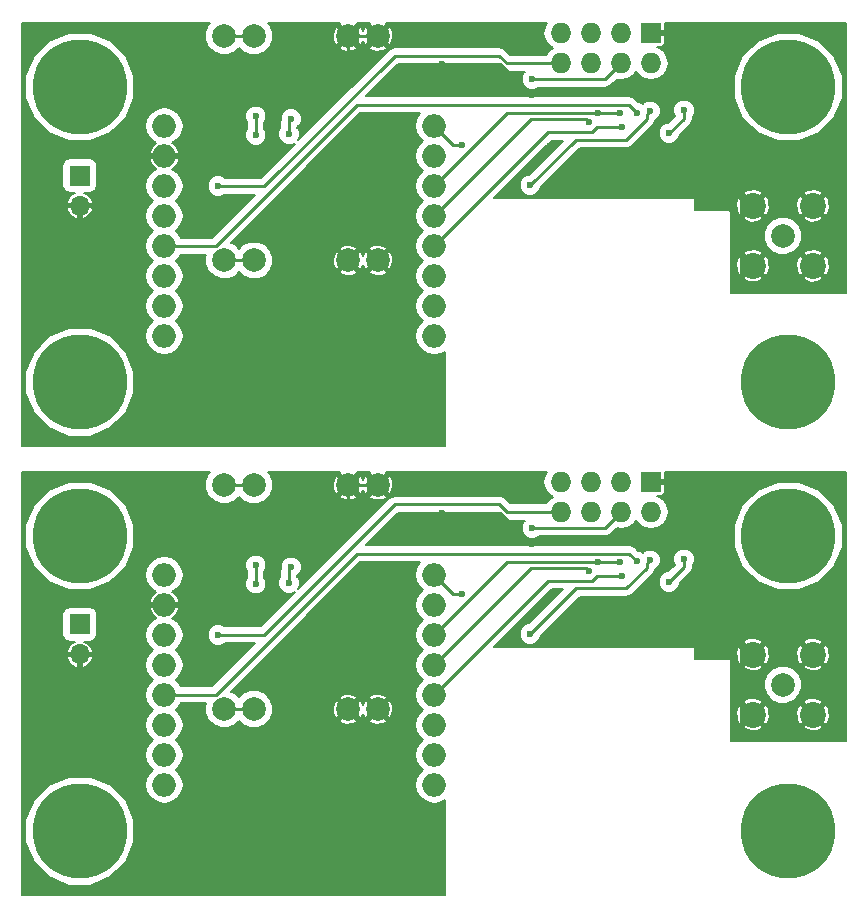
<source format=gbr>
G04 #@! TF.FileFunction,Copper,L2,Bot,Signal*
%FSLAX46Y46*%
G04 Gerber Fmt 4.6, Leading zero omitted, Abs format (unit mm)*
G04 Created by KiCad (PCBNEW 4.0.6-e0-6349~52~ubuntu16.10.1) date Mon May  1 13:22:21 2017*
%MOMM*%
%LPD*%
G01*
G04 APERTURE LIST*
%ADD10C,0.100000*%
%ADD11C,8.000000*%
%ADD12O,2.000000X2.000000*%
%ADD13C,2.000000*%
%ADD14C,2.200000*%
%ADD15O,1.727200X1.727200*%
%ADD16R,1.727200X1.727200*%
%ADD17R,1.700000X1.700000*%
%ADD18O,1.700000X1.700000*%
%ADD19C,0.600000*%
%ADD20C,0.250000*%
%ADD21C,0.200000*%
G04 APERTURE END LIST*
D10*
D11*
X130000000Y-110500000D03*
D12*
X160020000Y-106580000D03*
X160020000Y-104040000D03*
X160020000Y-101500000D03*
X160020000Y-98960000D03*
X160020000Y-96420000D03*
X160020000Y-93880000D03*
X160020000Y-91340000D03*
X160020000Y-88800000D03*
X137160000Y-88800000D03*
X137160000Y-91340000D03*
X137160000Y-93880000D03*
X137160000Y-96420000D03*
X137160000Y-98960000D03*
X137160000Y-101500000D03*
X137160000Y-104040000D03*
X137160000Y-106580000D03*
D13*
X155240000Y-81180000D03*
X152740000Y-81180000D03*
X144740000Y-81180000D03*
X142240000Y-81180000D03*
X144740000Y-100180000D03*
X142240000Y-100180000D03*
X155240000Y-100180000D03*
X152740000Y-100180000D03*
D11*
X190000000Y-110500000D03*
D14*
X192084630Y-100634678D03*
X187004630Y-100634678D03*
X187004630Y-95554678D03*
X192084630Y-95554678D03*
D13*
X189544630Y-98094678D03*
D11*
X190000000Y-85500000D03*
D15*
X170754630Y-80934678D03*
X170754630Y-83474678D03*
X173294630Y-80934678D03*
X173294630Y-83474678D03*
X175834630Y-80934678D03*
X175834630Y-83474678D03*
D16*
X178374630Y-80934678D03*
D15*
X178374630Y-83474678D03*
D11*
X130000000Y-85500000D03*
D17*
X130000000Y-93000000D03*
D18*
X130000000Y-95540000D03*
D11*
X130000000Y-47500000D03*
X130000000Y-72500000D03*
X190000000Y-72500000D03*
D14*
X192084630Y-62634678D03*
X187004630Y-62634678D03*
X187004630Y-57554678D03*
X192084630Y-57554678D03*
D13*
X189544630Y-60094678D03*
X155240000Y-43180000D03*
X152740000Y-43180000D03*
X144740000Y-43180000D03*
X142240000Y-43180000D03*
X144740000Y-62180000D03*
X142240000Y-62180000D03*
X155240000Y-62180000D03*
X152740000Y-62180000D03*
D12*
X160020000Y-68580000D03*
X160020000Y-66040000D03*
X160020000Y-63500000D03*
X160020000Y-60960000D03*
X160020000Y-58420000D03*
X160020000Y-55880000D03*
X160020000Y-53340000D03*
X160020000Y-50800000D03*
X137160000Y-50800000D03*
X137160000Y-53340000D03*
X137160000Y-55880000D03*
X137160000Y-58420000D03*
X137160000Y-60960000D03*
X137160000Y-63500000D03*
X137160000Y-66040000D03*
X137160000Y-68580000D03*
D15*
X170754630Y-42934678D03*
X170754630Y-45474678D03*
X173294630Y-42934678D03*
X173294630Y-45474678D03*
X175834630Y-42934678D03*
X175834630Y-45474678D03*
D16*
X178374630Y-42934678D03*
D15*
X178374630Y-45474678D03*
D17*
X130000000Y-55000000D03*
D18*
X130000000Y-57540000D03*
D11*
X190000000Y-47500000D03*
D19*
X144907000Y-87974500D03*
X144890000Y-89560000D03*
X144890000Y-51560000D03*
X144907000Y-49974500D03*
X190000000Y-102000000D03*
X185000000Y-94000000D03*
X193000000Y-92000000D03*
X168270000Y-86210000D03*
X160660000Y-83560000D03*
X180930000Y-81600000D03*
X151180800Y-85891700D03*
X190000000Y-64000000D03*
X193000000Y-54000000D03*
X185000000Y-56000000D03*
X160660000Y-45560000D03*
X168270000Y-48210000D03*
X151180800Y-47891700D03*
X180930000Y-43600000D03*
X162360000Y-90410000D03*
X168160000Y-93810000D03*
X178300000Y-87560000D03*
X147900000Y-88170000D03*
X147710000Y-89510000D03*
X168160000Y-55810000D03*
X178300000Y-49560000D03*
X162360000Y-52410000D03*
X147900000Y-50170000D03*
X147710000Y-51510000D03*
X175880000Y-88857710D03*
X175880000Y-50857710D03*
X179930000Y-89399679D03*
X173090000Y-88490048D03*
X181170000Y-87480000D03*
X173090000Y-50490048D03*
X179930000Y-51399679D03*
X181170000Y-49480000D03*
X173856100Y-87721400D03*
X175735838Y-87724679D03*
X173856100Y-49721400D03*
X175735838Y-49724679D03*
X168320000Y-84820000D03*
X168320000Y-46820000D03*
X177160000Y-87660000D03*
X177160000Y-49660000D03*
X141740000Y-93880000D03*
X141740000Y-55880000D03*
D20*
X144907000Y-87974500D02*
X144907000Y-89543000D01*
X144907000Y-89543000D02*
X144890000Y-89560000D01*
X142240000Y-100180000D02*
X144740000Y-100180000D01*
X144907000Y-49974500D02*
X144907000Y-51543000D01*
X144907000Y-51543000D02*
X144890000Y-51560000D01*
X142240000Y-62180000D02*
X144740000Y-62180000D01*
X152740000Y-81180000D02*
X155240000Y-81180000D01*
X152740000Y-84332500D02*
X152740000Y-81180000D01*
X151180800Y-85891700D02*
X152740000Y-84332500D01*
X165620000Y-83560000D02*
X160660000Y-83560000D01*
X180264678Y-80934678D02*
X180930000Y-81600000D01*
X178374630Y-80934678D02*
X180264678Y-80934678D01*
X185000000Y-94000000D02*
X187000000Y-92000000D01*
X186000000Y-95000000D02*
X185000000Y-94000000D01*
X186000000Y-102000000D02*
X186000000Y-95000000D01*
X190000000Y-102000000D02*
X186000000Y-102000000D01*
X187000000Y-92000000D02*
X193000000Y-92000000D01*
X168270000Y-86210000D02*
X165620000Y-83560000D01*
X186000000Y-64000000D02*
X186000000Y-57000000D01*
X186000000Y-57000000D02*
X185000000Y-56000000D01*
X190000000Y-64000000D02*
X186000000Y-64000000D01*
X187000000Y-54000000D02*
X193000000Y-54000000D01*
X185000000Y-56000000D02*
X187000000Y-54000000D01*
X168270000Y-48210000D02*
X165620000Y-45560000D01*
X165620000Y-45560000D02*
X160660000Y-45560000D01*
X152740000Y-43180000D02*
X155240000Y-43180000D01*
X151180800Y-47891700D02*
X152740000Y-46332500D01*
X152740000Y-46332500D02*
X152740000Y-43180000D01*
X178374630Y-42934678D02*
X180264678Y-42934678D01*
X180264678Y-42934678D02*
X180930000Y-43600000D01*
X147710000Y-88360000D02*
X147900000Y-88170000D01*
X147710000Y-89510000D02*
X147710000Y-88360000D01*
X161630000Y-90410000D02*
X162360000Y-90410000D01*
X160020000Y-88800000D02*
X161630000Y-90410000D01*
X172020000Y-89950000D02*
X168160000Y-93810000D01*
X178300000Y-87560000D02*
X178000001Y-87859999D01*
X178000001Y-87859999D02*
X178000001Y-88209999D01*
X178000001Y-88209999D02*
X176260000Y-89950000D01*
X176260000Y-89950000D02*
X172020000Y-89950000D01*
X176260000Y-51950000D02*
X172020000Y-51950000D01*
X172020000Y-51950000D02*
X168160000Y-55810000D01*
X178000001Y-50209999D02*
X176260000Y-51950000D01*
X178300000Y-49560000D02*
X178000001Y-49859999D01*
X178000001Y-49859999D02*
X178000001Y-50209999D01*
X160020000Y-50800000D02*
X161630000Y-52410000D01*
X161630000Y-52410000D02*
X162360000Y-52410000D01*
X147710000Y-51510000D02*
X147710000Y-50360000D01*
X147710000Y-50360000D02*
X147900000Y-50170000D01*
X169680000Y-89300000D02*
X169050000Y-89930000D01*
X160020000Y-98960000D02*
X169050000Y-89930000D01*
X175880000Y-88857710D02*
X173812290Y-88857710D01*
X173812290Y-88857710D02*
X173370000Y-89300000D01*
X173370000Y-89300000D02*
X169680000Y-89300000D01*
X160020000Y-60960000D02*
X169050000Y-51930000D01*
X169680000Y-51300000D02*
X169050000Y-51930000D01*
X173370000Y-51300000D02*
X169680000Y-51300000D01*
X173812290Y-50857710D02*
X173370000Y-51300000D01*
X175880000Y-50857710D02*
X173812290Y-50857710D01*
X160020000Y-96420000D02*
X168210000Y-88230000D01*
X181170000Y-87480000D02*
X181170000Y-88159679D01*
X181170000Y-88159679D02*
X179930000Y-89399679D01*
X172829952Y-88230000D02*
X173090000Y-88490048D01*
X168210000Y-88230000D02*
X172829952Y-88230000D01*
X172829952Y-50230000D02*
X173090000Y-50490048D01*
X168210000Y-50230000D02*
X172829952Y-50230000D01*
X160020000Y-58420000D02*
X168210000Y-50230000D01*
X181170000Y-49480000D02*
X181170000Y-50159679D01*
X181170000Y-50159679D02*
X179930000Y-51399679D01*
X160020000Y-93880000D02*
X166178600Y-87721400D01*
X173859379Y-87724679D02*
X173856100Y-87721400D01*
X175735838Y-87724679D02*
X173859379Y-87724679D01*
X166178600Y-87721400D02*
X173856100Y-87721400D01*
X160020000Y-55880000D02*
X166178600Y-49721400D01*
X166178600Y-49721400D02*
X173856100Y-49721400D01*
X175735838Y-49724679D02*
X173859379Y-49724679D01*
X173859379Y-49724679D02*
X173856100Y-49721400D01*
X174489308Y-84820000D02*
X168320000Y-84820000D01*
X175834630Y-83474678D02*
X174489308Y-84820000D01*
X175834630Y-45474678D02*
X174489308Y-46820000D01*
X174489308Y-46820000D02*
X168320000Y-46820000D01*
X153468998Y-86990000D02*
X141498998Y-98960000D01*
X141498998Y-98960000D02*
X138574213Y-98960000D01*
X138574213Y-98960000D02*
X137160000Y-98960000D01*
X176490000Y-86990000D02*
X153468998Y-86990000D01*
X177160000Y-87660000D02*
X176490000Y-86990000D01*
X176490000Y-48990000D02*
X153468998Y-48990000D01*
X138574213Y-60960000D02*
X137160000Y-60960000D01*
X141498998Y-60960000D02*
X138574213Y-60960000D01*
X153468998Y-48990000D02*
X141498998Y-60960000D01*
X177160000Y-49660000D02*
X176490000Y-48990000D01*
X145630000Y-93880000D02*
X156675002Y-82834998D01*
X141740000Y-93880000D02*
X145630000Y-93880000D01*
X165531409Y-82834998D02*
X166171089Y-83474678D01*
X156675002Y-82834998D02*
X165531409Y-82834998D01*
X169533316Y-83474678D02*
X170754630Y-83474678D01*
X166171089Y-83474678D02*
X169533316Y-83474678D01*
X156675002Y-44834998D02*
X165531409Y-44834998D01*
X166171089Y-45474678D02*
X169533316Y-45474678D01*
X165531409Y-44834998D02*
X166171089Y-45474678D01*
X141740000Y-55880000D02*
X145630000Y-55880000D01*
X169533316Y-45474678D02*
X170754630Y-45474678D01*
X145630000Y-55880000D02*
X156675002Y-44834998D01*
X144740000Y-81180000D02*
X142240000Y-81180000D01*
X144740000Y-43180000D02*
X142240000Y-43180000D01*
D21*
G36*
X140884377Y-42272489D02*
X140640278Y-42860344D01*
X140639723Y-43496863D01*
X140882795Y-44085143D01*
X141332489Y-44535623D01*
X141920344Y-44779722D01*
X142556863Y-44780277D01*
X143145143Y-44537205D01*
X143490207Y-44192743D01*
X143832489Y-44535623D01*
X144420344Y-44779722D01*
X145056863Y-44780277D01*
X145645143Y-44537205D01*
X146019103Y-44163897D01*
X151968235Y-44163897D01*
X152087266Y-44333606D01*
X152578418Y-44495583D01*
X153094169Y-44457275D01*
X153392734Y-44333606D01*
X153511765Y-44163897D01*
X154468235Y-44163897D01*
X154587266Y-44333606D01*
X155078418Y-44495583D01*
X155594169Y-44457275D01*
X155892734Y-44333606D01*
X156011765Y-44163897D01*
X155240000Y-43392132D01*
X154468235Y-44163897D01*
X153511765Y-44163897D01*
X152740000Y-43392132D01*
X151968235Y-44163897D01*
X146019103Y-44163897D01*
X146095623Y-44087511D01*
X146339722Y-43499656D01*
X146340141Y-43018418D01*
X151424417Y-43018418D01*
X151462725Y-43534169D01*
X151586394Y-43832734D01*
X151756103Y-43951765D01*
X152527868Y-43180000D01*
X152952132Y-43180000D01*
X153723897Y-43951765D01*
X153893606Y-43832734D01*
X153979062Y-43573611D01*
X154086394Y-43832734D01*
X154256103Y-43951765D01*
X155027868Y-43180000D01*
X155452132Y-43180000D01*
X156223897Y-43951765D01*
X156393606Y-43832734D01*
X156555583Y-43341582D01*
X156517275Y-42825831D01*
X156393606Y-42527266D01*
X156223897Y-42408235D01*
X155452132Y-43180000D01*
X155027868Y-43180000D01*
X154256103Y-42408235D01*
X154086394Y-42527266D01*
X154000938Y-42786389D01*
X153893606Y-42527266D01*
X153723897Y-42408235D01*
X152952132Y-43180000D01*
X152527868Y-43180000D01*
X151756103Y-42408235D01*
X151586394Y-42527266D01*
X151424417Y-43018418D01*
X146340141Y-43018418D01*
X146340277Y-42863137D01*
X146097205Y-42274857D01*
X145922653Y-42100000D01*
X152035640Y-42100000D01*
X151968235Y-42196103D01*
X152740000Y-42967868D01*
X153511765Y-42196103D01*
X153444360Y-42100000D01*
X154535640Y-42100000D01*
X154468235Y-42196103D01*
X155240000Y-42967868D01*
X156011765Y-42196103D01*
X155944360Y-42100000D01*
X169557237Y-42100000D01*
X169373766Y-42374583D01*
X169262356Y-42934678D01*
X169373766Y-43494773D01*
X169691035Y-43969599D01*
X170042855Y-44204678D01*
X169691035Y-44439757D01*
X169483952Y-44749678D01*
X166471394Y-44749678D01*
X166044061Y-44322346D01*
X165808855Y-44165185D01*
X165762824Y-44156029D01*
X165531409Y-44109998D01*
X156675002Y-44109998D01*
X156397556Y-44165185D01*
X156162350Y-44322345D01*
X148478444Y-52006252D01*
X148609843Y-51689806D01*
X148610156Y-51331764D01*
X148473428Y-51000857D01*
X148435000Y-50962362D01*
X148435000Y-50907616D01*
X148662538Y-50680475D01*
X148799843Y-50349806D01*
X148800156Y-49991764D01*
X148663428Y-49660857D01*
X148410475Y-49407462D01*
X148079806Y-49270157D01*
X147721764Y-49269844D01*
X147390857Y-49406572D01*
X147137462Y-49659525D01*
X147000157Y-49990194D01*
X146999899Y-50285096D01*
X146985000Y-50360000D01*
X146985000Y-50962052D01*
X146947462Y-50999525D01*
X146810157Y-51330194D01*
X146809844Y-51688236D01*
X146946572Y-52019143D01*
X147199525Y-52272538D01*
X147530194Y-52409843D01*
X147888236Y-52410156D01*
X148205722Y-52278973D01*
X145329696Y-55155000D01*
X142287948Y-55155000D01*
X142250475Y-55117462D01*
X141919806Y-54980157D01*
X141561764Y-54979844D01*
X141230857Y-55116572D01*
X140977462Y-55369525D01*
X140840157Y-55700194D01*
X140839844Y-56058236D01*
X140976572Y-56389143D01*
X141229525Y-56642538D01*
X141560194Y-56779843D01*
X141918236Y-56780156D01*
X142249143Y-56643428D01*
X142287638Y-56605000D01*
X144828694Y-56605000D01*
X141198694Y-60235000D01*
X138594245Y-60235000D01*
X138322717Y-59828629D01*
X138115244Y-59690000D01*
X138322717Y-59551371D01*
X138669553Y-59032293D01*
X138791346Y-58420000D01*
X138669553Y-57807707D01*
X138322717Y-57288629D01*
X138115244Y-57150000D01*
X138322717Y-57011371D01*
X138669553Y-56492293D01*
X138791346Y-55880000D01*
X138669553Y-55267707D01*
X138322717Y-54748629D01*
X137838908Y-54425359D01*
X137962614Y-54362665D01*
X138292876Y-53977672D01*
X138411954Y-53690160D01*
X138375782Y-53490000D01*
X137310000Y-53490000D01*
X137310000Y-53510000D01*
X137010000Y-53510000D01*
X137010000Y-53490000D01*
X135944218Y-53490000D01*
X135908046Y-53690160D01*
X136027124Y-53977672D01*
X136357386Y-54362665D01*
X136481092Y-54425359D01*
X135997283Y-54748629D01*
X135650447Y-55267707D01*
X135528654Y-55880000D01*
X135650447Y-56492293D01*
X135997283Y-57011371D01*
X136204756Y-57150000D01*
X135997283Y-57288629D01*
X135650447Y-57807707D01*
X135528654Y-58420000D01*
X135650447Y-59032293D01*
X135997283Y-59551371D01*
X136204756Y-59690000D01*
X135997283Y-59828629D01*
X135650447Y-60347707D01*
X135528654Y-60960000D01*
X135650447Y-61572293D01*
X135997283Y-62091371D01*
X136204756Y-62230000D01*
X135997283Y-62368629D01*
X135650447Y-62887707D01*
X135528654Y-63500000D01*
X135650447Y-64112293D01*
X135997283Y-64631371D01*
X136204756Y-64770000D01*
X135997283Y-64908629D01*
X135650447Y-65427707D01*
X135528654Y-66040000D01*
X135650447Y-66652293D01*
X135997283Y-67171371D01*
X136204756Y-67310000D01*
X135997283Y-67448629D01*
X135650447Y-67967707D01*
X135528654Y-68580000D01*
X135650447Y-69192293D01*
X135997283Y-69711371D01*
X136516361Y-70058207D01*
X137128654Y-70180000D01*
X137191346Y-70180000D01*
X137803639Y-70058207D01*
X138322717Y-69711371D01*
X138669553Y-69192293D01*
X138791346Y-68580000D01*
X138669553Y-67967707D01*
X138322717Y-67448629D01*
X138115244Y-67310000D01*
X138322717Y-67171371D01*
X138669553Y-66652293D01*
X138791346Y-66040000D01*
X138669553Y-65427707D01*
X138322717Y-64908629D01*
X138115244Y-64770000D01*
X138322717Y-64631371D01*
X138669553Y-64112293D01*
X138791346Y-63500000D01*
X138669553Y-62887707D01*
X138322717Y-62368629D01*
X138115244Y-62230000D01*
X138322717Y-62091371D01*
X138594245Y-61685000D01*
X140713087Y-61685000D01*
X140640278Y-61860344D01*
X140639723Y-62496863D01*
X140882795Y-63085143D01*
X141332489Y-63535623D01*
X141920344Y-63779722D01*
X142556863Y-63780277D01*
X143145143Y-63537205D01*
X143490207Y-63192743D01*
X143832489Y-63535623D01*
X144420344Y-63779722D01*
X145056863Y-63780277D01*
X145645143Y-63537205D01*
X146019103Y-63163897D01*
X151968235Y-63163897D01*
X152087266Y-63333606D01*
X152578418Y-63495583D01*
X153094169Y-63457275D01*
X153392734Y-63333606D01*
X153511765Y-63163897D01*
X154468235Y-63163897D01*
X154587266Y-63333606D01*
X155078418Y-63495583D01*
X155594169Y-63457275D01*
X155892734Y-63333606D01*
X156011765Y-63163897D01*
X155240000Y-62392132D01*
X154468235Y-63163897D01*
X153511765Y-63163897D01*
X152740000Y-62392132D01*
X151968235Y-63163897D01*
X146019103Y-63163897D01*
X146095623Y-63087511D01*
X146339722Y-62499656D01*
X146340141Y-62018418D01*
X151424417Y-62018418D01*
X151462725Y-62534169D01*
X151586394Y-62832734D01*
X151756103Y-62951765D01*
X152527868Y-62180000D01*
X152952132Y-62180000D01*
X153723897Y-62951765D01*
X153893606Y-62832734D01*
X153979062Y-62573611D01*
X154086394Y-62832734D01*
X154256103Y-62951765D01*
X155027868Y-62180000D01*
X155452132Y-62180000D01*
X156223897Y-62951765D01*
X156393606Y-62832734D01*
X156555583Y-62341582D01*
X156517275Y-61825831D01*
X156393606Y-61527266D01*
X156223897Y-61408235D01*
X155452132Y-62180000D01*
X155027868Y-62180000D01*
X154256103Y-61408235D01*
X154086394Y-61527266D01*
X154000938Y-61786389D01*
X153893606Y-61527266D01*
X153723897Y-61408235D01*
X152952132Y-62180000D01*
X152527868Y-62180000D01*
X151756103Y-61408235D01*
X151586394Y-61527266D01*
X151424417Y-62018418D01*
X146340141Y-62018418D01*
X146340277Y-61863137D01*
X146097205Y-61274857D01*
X146018589Y-61196103D01*
X151968235Y-61196103D01*
X152740000Y-61967868D01*
X153511765Y-61196103D01*
X154468235Y-61196103D01*
X155240000Y-61967868D01*
X156011765Y-61196103D01*
X155892734Y-61026394D01*
X155401582Y-60864417D01*
X154885831Y-60902725D01*
X154587266Y-61026394D01*
X154468235Y-61196103D01*
X153511765Y-61196103D01*
X153392734Y-61026394D01*
X152901582Y-60864417D01*
X152385831Y-60902725D01*
X152087266Y-61026394D01*
X151968235Y-61196103D01*
X146018589Y-61196103D01*
X145647511Y-60824377D01*
X145059656Y-60580278D01*
X144423137Y-60579723D01*
X143834857Y-60822795D01*
X143489793Y-61167257D01*
X143147511Y-60824377D01*
X142802985Y-60681317D01*
X153769303Y-49715000D01*
X158826299Y-49715000D01*
X158510447Y-50187707D01*
X158388654Y-50800000D01*
X158510447Y-51412293D01*
X158857283Y-51931371D01*
X159064756Y-52070000D01*
X158857283Y-52208629D01*
X158510447Y-52727707D01*
X158388654Y-53340000D01*
X158510447Y-53952293D01*
X158857283Y-54471371D01*
X159064756Y-54610000D01*
X158857283Y-54748629D01*
X158510447Y-55267707D01*
X158388654Y-55880000D01*
X158510447Y-56492293D01*
X158857283Y-57011371D01*
X159064756Y-57150000D01*
X158857283Y-57288629D01*
X158510447Y-57807707D01*
X158388654Y-58420000D01*
X158510447Y-59032293D01*
X158857283Y-59551371D01*
X159064756Y-59690000D01*
X158857283Y-59828629D01*
X158510447Y-60347707D01*
X158388654Y-60960000D01*
X158510447Y-61572293D01*
X158857283Y-62091371D01*
X159064756Y-62230000D01*
X158857283Y-62368629D01*
X158510447Y-62887707D01*
X158388654Y-63500000D01*
X158510447Y-64112293D01*
X158857283Y-64631371D01*
X159064756Y-64770000D01*
X158857283Y-64908629D01*
X158510447Y-65427707D01*
X158388654Y-66040000D01*
X158510447Y-66652293D01*
X158857283Y-67171371D01*
X159064756Y-67310000D01*
X158857283Y-67448629D01*
X158510447Y-67967707D01*
X158388654Y-68580000D01*
X158510447Y-69192293D01*
X158857283Y-69711371D01*
X159376361Y-70058207D01*
X159988654Y-70180000D01*
X160051346Y-70180000D01*
X160663639Y-70058207D01*
X160900000Y-69900276D01*
X160900000Y-77900000D01*
X125100000Y-77900000D01*
X125100000Y-73410982D01*
X125399204Y-73410982D01*
X126098036Y-75102286D01*
X127390907Y-76397416D01*
X129080989Y-77099199D01*
X130910982Y-77100796D01*
X132602286Y-76401964D01*
X133897416Y-75109093D01*
X134599199Y-73419011D01*
X134600796Y-71589018D01*
X133901964Y-69897714D01*
X132609093Y-68602584D01*
X130919011Y-67900801D01*
X129089018Y-67899204D01*
X127397714Y-68598036D01*
X126102584Y-69890907D01*
X125400801Y-71580989D01*
X125399204Y-73410982D01*
X125100000Y-73410982D01*
X125100000Y-57866516D01*
X128897328Y-57866516D01*
X128989400Y-58088835D01*
X129276357Y-58433797D01*
X129673482Y-58642687D01*
X129850000Y-58605190D01*
X129850000Y-57690000D01*
X130150000Y-57690000D01*
X130150000Y-58605190D01*
X130326518Y-58642687D01*
X130723643Y-58433797D01*
X131010600Y-58088835D01*
X131102672Y-57866516D01*
X131064483Y-57690000D01*
X130150000Y-57690000D01*
X129850000Y-57690000D01*
X128935517Y-57690000D01*
X128897328Y-57866516D01*
X125100000Y-57866516D01*
X125100000Y-54150000D01*
X128538246Y-54150000D01*
X128538246Y-55850000D01*
X128580083Y-56072346D01*
X128711490Y-56276558D01*
X128911993Y-56413556D01*
X129150000Y-56461754D01*
X129627017Y-56461754D01*
X129276357Y-56646203D01*
X128989400Y-56991165D01*
X128897328Y-57213484D01*
X128935517Y-57390000D01*
X129850000Y-57390000D01*
X129850000Y-57370000D01*
X130150000Y-57370000D01*
X130150000Y-57390000D01*
X131064483Y-57390000D01*
X131102672Y-57213484D01*
X131010600Y-56991165D01*
X130723643Y-56646203D01*
X130372983Y-56461754D01*
X130850000Y-56461754D01*
X131072346Y-56419917D01*
X131276558Y-56288510D01*
X131413556Y-56088007D01*
X131461754Y-55850000D01*
X131461754Y-54150000D01*
X131419917Y-53927654D01*
X131288510Y-53723442D01*
X131088007Y-53586444D01*
X130850000Y-53538246D01*
X129150000Y-53538246D01*
X128927654Y-53580083D01*
X128723442Y-53711490D01*
X128586444Y-53911993D01*
X128538246Y-54150000D01*
X125100000Y-54150000D01*
X125100000Y-48410982D01*
X125399204Y-48410982D01*
X126098036Y-50102286D01*
X127390907Y-51397416D01*
X129080989Y-52099199D01*
X130910982Y-52100796D01*
X132602286Y-51401964D01*
X133205301Y-50800000D01*
X135528654Y-50800000D01*
X135650447Y-51412293D01*
X135997283Y-51931371D01*
X136481092Y-52254641D01*
X136357386Y-52317335D01*
X136027124Y-52702328D01*
X135908046Y-52989840D01*
X135944218Y-53190000D01*
X137010000Y-53190000D01*
X137010000Y-53170000D01*
X137310000Y-53170000D01*
X137310000Y-53190000D01*
X138375782Y-53190000D01*
X138411954Y-52989840D01*
X138292876Y-52702328D01*
X137962614Y-52317335D01*
X137838908Y-52254641D01*
X138322717Y-51931371D01*
X138451765Y-51738236D01*
X143989844Y-51738236D01*
X144126572Y-52069143D01*
X144379525Y-52322538D01*
X144710194Y-52459843D01*
X145068236Y-52460156D01*
X145399143Y-52323428D01*
X145652538Y-52070475D01*
X145789843Y-51739806D01*
X145790156Y-51381764D01*
X145653428Y-51050857D01*
X145632000Y-51029392D01*
X145632000Y-50522448D01*
X145669538Y-50484975D01*
X145806843Y-50154306D01*
X145807156Y-49796264D01*
X145670428Y-49465357D01*
X145417475Y-49211962D01*
X145086806Y-49074657D01*
X144728764Y-49074344D01*
X144397857Y-49211072D01*
X144144462Y-49464025D01*
X144007157Y-49794694D01*
X144006844Y-50152736D01*
X144143572Y-50483643D01*
X144182000Y-50522138D01*
X144182000Y-50995082D01*
X144127462Y-51049525D01*
X143990157Y-51380194D01*
X143989844Y-51738236D01*
X138451765Y-51738236D01*
X138669553Y-51412293D01*
X138791346Y-50800000D01*
X138669553Y-50187707D01*
X138322717Y-49668629D01*
X137803639Y-49321793D01*
X137191346Y-49200000D01*
X137128654Y-49200000D01*
X136516361Y-49321793D01*
X135997283Y-49668629D01*
X135650447Y-50187707D01*
X135528654Y-50800000D01*
X133205301Y-50800000D01*
X133897416Y-50109093D01*
X134599199Y-48419011D01*
X134600796Y-46589018D01*
X133901964Y-44897714D01*
X132609093Y-43602584D01*
X130919011Y-42900801D01*
X129089018Y-42899204D01*
X127397714Y-43598036D01*
X126102584Y-44890907D01*
X125400801Y-46580989D01*
X125399204Y-48410982D01*
X125100000Y-48410982D01*
X125100000Y-42100000D01*
X141057167Y-42100000D01*
X140884377Y-42272489D01*
X140884377Y-42272489D01*
G37*
X140884377Y-42272489D02*
X140640278Y-42860344D01*
X140639723Y-43496863D01*
X140882795Y-44085143D01*
X141332489Y-44535623D01*
X141920344Y-44779722D01*
X142556863Y-44780277D01*
X143145143Y-44537205D01*
X143490207Y-44192743D01*
X143832489Y-44535623D01*
X144420344Y-44779722D01*
X145056863Y-44780277D01*
X145645143Y-44537205D01*
X146019103Y-44163897D01*
X151968235Y-44163897D01*
X152087266Y-44333606D01*
X152578418Y-44495583D01*
X153094169Y-44457275D01*
X153392734Y-44333606D01*
X153511765Y-44163897D01*
X154468235Y-44163897D01*
X154587266Y-44333606D01*
X155078418Y-44495583D01*
X155594169Y-44457275D01*
X155892734Y-44333606D01*
X156011765Y-44163897D01*
X155240000Y-43392132D01*
X154468235Y-44163897D01*
X153511765Y-44163897D01*
X152740000Y-43392132D01*
X151968235Y-44163897D01*
X146019103Y-44163897D01*
X146095623Y-44087511D01*
X146339722Y-43499656D01*
X146340141Y-43018418D01*
X151424417Y-43018418D01*
X151462725Y-43534169D01*
X151586394Y-43832734D01*
X151756103Y-43951765D01*
X152527868Y-43180000D01*
X152952132Y-43180000D01*
X153723897Y-43951765D01*
X153893606Y-43832734D01*
X153979062Y-43573611D01*
X154086394Y-43832734D01*
X154256103Y-43951765D01*
X155027868Y-43180000D01*
X155452132Y-43180000D01*
X156223897Y-43951765D01*
X156393606Y-43832734D01*
X156555583Y-43341582D01*
X156517275Y-42825831D01*
X156393606Y-42527266D01*
X156223897Y-42408235D01*
X155452132Y-43180000D01*
X155027868Y-43180000D01*
X154256103Y-42408235D01*
X154086394Y-42527266D01*
X154000938Y-42786389D01*
X153893606Y-42527266D01*
X153723897Y-42408235D01*
X152952132Y-43180000D01*
X152527868Y-43180000D01*
X151756103Y-42408235D01*
X151586394Y-42527266D01*
X151424417Y-43018418D01*
X146340141Y-43018418D01*
X146340277Y-42863137D01*
X146097205Y-42274857D01*
X145922653Y-42100000D01*
X152035640Y-42100000D01*
X151968235Y-42196103D01*
X152740000Y-42967868D01*
X153511765Y-42196103D01*
X153444360Y-42100000D01*
X154535640Y-42100000D01*
X154468235Y-42196103D01*
X155240000Y-42967868D01*
X156011765Y-42196103D01*
X155944360Y-42100000D01*
X169557237Y-42100000D01*
X169373766Y-42374583D01*
X169262356Y-42934678D01*
X169373766Y-43494773D01*
X169691035Y-43969599D01*
X170042855Y-44204678D01*
X169691035Y-44439757D01*
X169483952Y-44749678D01*
X166471394Y-44749678D01*
X166044061Y-44322346D01*
X165808855Y-44165185D01*
X165762824Y-44156029D01*
X165531409Y-44109998D01*
X156675002Y-44109998D01*
X156397556Y-44165185D01*
X156162350Y-44322345D01*
X148478444Y-52006252D01*
X148609843Y-51689806D01*
X148610156Y-51331764D01*
X148473428Y-51000857D01*
X148435000Y-50962362D01*
X148435000Y-50907616D01*
X148662538Y-50680475D01*
X148799843Y-50349806D01*
X148800156Y-49991764D01*
X148663428Y-49660857D01*
X148410475Y-49407462D01*
X148079806Y-49270157D01*
X147721764Y-49269844D01*
X147390857Y-49406572D01*
X147137462Y-49659525D01*
X147000157Y-49990194D01*
X146999899Y-50285096D01*
X146985000Y-50360000D01*
X146985000Y-50962052D01*
X146947462Y-50999525D01*
X146810157Y-51330194D01*
X146809844Y-51688236D01*
X146946572Y-52019143D01*
X147199525Y-52272538D01*
X147530194Y-52409843D01*
X147888236Y-52410156D01*
X148205722Y-52278973D01*
X145329696Y-55155000D01*
X142287948Y-55155000D01*
X142250475Y-55117462D01*
X141919806Y-54980157D01*
X141561764Y-54979844D01*
X141230857Y-55116572D01*
X140977462Y-55369525D01*
X140840157Y-55700194D01*
X140839844Y-56058236D01*
X140976572Y-56389143D01*
X141229525Y-56642538D01*
X141560194Y-56779843D01*
X141918236Y-56780156D01*
X142249143Y-56643428D01*
X142287638Y-56605000D01*
X144828694Y-56605000D01*
X141198694Y-60235000D01*
X138594245Y-60235000D01*
X138322717Y-59828629D01*
X138115244Y-59690000D01*
X138322717Y-59551371D01*
X138669553Y-59032293D01*
X138791346Y-58420000D01*
X138669553Y-57807707D01*
X138322717Y-57288629D01*
X138115244Y-57150000D01*
X138322717Y-57011371D01*
X138669553Y-56492293D01*
X138791346Y-55880000D01*
X138669553Y-55267707D01*
X138322717Y-54748629D01*
X137838908Y-54425359D01*
X137962614Y-54362665D01*
X138292876Y-53977672D01*
X138411954Y-53690160D01*
X138375782Y-53490000D01*
X137310000Y-53490000D01*
X137310000Y-53510000D01*
X137010000Y-53510000D01*
X137010000Y-53490000D01*
X135944218Y-53490000D01*
X135908046Y-53690160D01*
X136027124Y-53977672D01*
X136357386Y-54362665D01*
X136481092Y-54425359D01*
X135997283Y-54748629D01*
X135650447Y-55267707D01*
X135528654Y-55880000D01*
X135650447Y-56492293D01*
X135997283Y-57011371D01*
X136204756Y-57150000D01*
X135997283Y-57288629D01*
X135650447Y-57807707D01*
X135528654Y-58420000D01*
X135650447Y-59032293D01*
X135997283Y-59551371D01*
X136204756Y-59690000D01*
X135997283Y-59828629D01*
X135650447Y-60347707D01*
X135528654Y-60960000D01*
X135650447Y-61572293D01*
X135997283Y-62091371D01*
X136204756Y-62230000D01*
X135997283Y-62368629D01*
X135650447Y-62887707D01*
X135528654Y-63500000D01*
X135650447Y-64112293D01*
X135997283Y-64631371D01*
X136204756Y-64770000D01*
X135997283Y-64908629D01*
X135650447Y-65427707D01*
X135528654Y-66040000D01*
X135650447Y-66652293D01*
X135997283Y-67171371D01*
X136204756Y-67310000D01*
X135997283Y-67448629D01*
X135650447Y-67967707D01*
X135528654Y-68580000D01*
X135650447Y-69192293D01*
X135997283Y-69711371D01*
X136516361Y-70058207D01*
X137128654Y-70180000D01*
X137191346Y-70180000D01*
X137803639Y-70058207D01*
X138322717Y-69711371D01*
X138669553Y-69192293D01*
X138791346Y-68580000D01*
X138669553Y-67967707D01*
X138322717Y-67448629D01*
X138115244Y-67310000D01*
X138322717Y-67171371D01*
X138669553Y-66652293D01*
X138791346Y-66040000D01*
X138669553Y-65427707D01*
X138322717Y-64908629D01*
X138115244Y-64770000D01*
X138322717Y-64631371D01*
X138669553Y-64112293D01*
X138791346Y-63500000D01*
X138669553Y-62887707D01*
X138322717Y-62368629D01*
X138115244Y-62230000D01*
X138322717Y-62091371D01*
X138594245Y-61685000D01*
X140713087Y-61685000D01*
X140640278Y-61860344D01*
X140639723Y-62496863D01*
X140882795Y-63085143D01*
X141332489Y-63535623D01*
X141920344Y-63779722D01*
X142556863Y-63780277D01*
X143145143Y-63537205D01*
X143490207Y-63192743D01*
X143832489Y-63535623D01*
X144420344Y-63779722D01*
X145056863Y-63780277D01*
X145645143Y-63537205D01*
X146019103Y-63163897D01*
X151968235Y-63163897D01*
X152087266Y-63333606D01*
X152578418Y-63495583D01*
X153094169Y-63457275D01*
X153392734Y-63333606D01*
X153511765Y-63163897D01*
X154468235Y-63163897D01*
X154587266Y-63333606D01*
X155078418Y-63495583D01*
X155594169Y-63457275D01*
X155892734Y-63333606D01*
X156011765Y-63163897D01*
X155240000Y-62392132D01*
X154468235Y-63163897D01*
X153511765Y-63163897D01*
X152740000Y-62392132D01*
X151968235Y-63163897D01*
X146019103Y-63163897D01*
X146095623Y-63087511D01*
X146339722Y-62499656D01*
X146340141Y-62018418D01*
X151424417Y-62018418D01*
X151462725Y-62534169D01*
X151586394Y-62832734D01*
X151756103Y-62951765D01*
X152527868Y-62180000D01*
X152952132Y-62180000D01*
X153723897Y-62951765D01*
X153893606Y-62832734D01*
X153979062Y-62573611D01*
X154086394Y-62832734D01*
X154256103Y-62951765D01*
X155027868Y-62180000D01*
X155452132Y-62180000D01*
X156223897Y-62951765D01*
X156393606Y-62832734D01*
X156555583Y-62341582D01*
X156517275Y-61825831D01*
X156393606Y-61527266D01*
X156223897Y-61408235D01*
X155452132Y-62180000D01*
X155027868Y-62180000D01*
X154256103Y-61408235D01*
X154086394Y-61527266D01*
X154000938Y-61786389D01*
X153893606Y-61527266D01*
X153723897Y-61408235D01*
X152952132Y-62180000D01*
X152527868Y-62180000D01*
X151756103Y-61408235D01*
X151586394Y-61527266D01*
X151424417Y-62018418D01*
X146340141Y-62018418D01*
X146340277Y-61863137D01*
X146097205Y-61274857D01*
X146018589Y-61196103D01*
X151968235Y-61196103D01*
X152740000Y-61967868D01*
X153511765Y-61196103D01*
X154468235Y-61196103D01*
X155240000Y-61967868D01*
X156011765Y-61196103D01*
X155892734Y-61026394D01*
X155401582Y-60864417D01*
X154885831Y-60902725D01*
X154587266Y-61026394D01*
X154468235Y-61196103D01*
X153511765Y-61196103D01*
X153392734Y-61026394D01*
X152901582Y-60864417D01*
X152385831Y-60902725D01*
X152087266Y-61026394D01*
X151968235Y-61196103D01*
X146018589Y-61196103D01*
X145647511Y-60824377D01*
X145059656Y-60580278D01*
X144423137Y-60579723D01*
X143834857Y-60822795D01*
X143489793Y-61167257D01*
X143147511Y-60824377D01*
X142802985Y-60681317D01*
X153769303Y-49715000D01*
X158826299Y-49715000D01*
X158510447Y-50187707D01*
X158388654Y-50800000D01*
X158510447Y-51412293D01*
X158857283Y-51931371D01*
X159064756Y-52070000D01*
X158857283Y-52208629D01*
X158510447Y-52727707D01*
X158388654Y-53340000D01*
X158510447Y-53952293D01*
X158857283Y-54471371D01*
X159064756Y-54610000D01*
X158857283Y-54748629D01*
X158510447Y-55267707D01*
X158388654Y-55880000D01*
X158510447Y-56492293D01*
X158857283Y-57011371D01*
X159064756Y-57150000D01*
X158857283Y-57288629D01*
X158510447Y-57807707D01*
X158388654Y-58420000D01*
X158510447Y-59032293D01*
X158857283Y-59551371D01*
X159064756Y-59690000D01*
X158857283Y-59828629D01*
X158510447Y-60347707D01*
X158388654Y-60960000D01*
X158510447Y-61572293D01*
X158857283Y-62091371D01*
X159064756Y-62230000D01*
X158857283Y-62368629D01*
X158510447Y-62887707D01*
X158388654Y-63500000D01*
X158510447Y-64112293D01*
X158857283Y-64631371D01*
X159064756Y-64770000D01*
X158857283Y-64908629D01*
X158510447Y-65427707D01*
X158388654Y-66040000D01*
X158510447Y-66652293D01*
X158857283Y-67171371D01*
X159064756Y-67310000D01*
X158857283Y-67448629D01*
X158510447Y-67967707D01*
X158388654Y-68580000D01*
X158510447Y-69192293D01*
X158857283Y-69711371D01*
X159376361Y-70058207D01*
X159988654Y-70180000D01*
X160051346Y-70180000D01*
X160663639Y-70058207D01*
X160900000Y-69900276D01*
X160900000Y-77900000D01*
X125100000Y-77900000D01*
X125100000Y-73410982D01*
X125399204Y-73410982D01*
X126098036Y-75102286D01*
X127390907Y-76397416D01*
X129080989Y-77099199D01*
X130910982Y-77100796D01*
X132602286Y-76401964D01*
X133897416Y-75109093D01*
X134599199Y-73419011D01*
X134600796Y-71589018D01*
X133901964Y-69897714D01*
X132609093Y-68602584D01*
X130919011Y-67900801D01*
X129089018Y-67899204D01*
X127397714Y-68598036D01*
X126102584Y-69890907D01*
X125400801Y-71580989D01*
X125399204Y-73410982D01*
X125100000Y-73410982D01*
X125100000Y-57866516D01*
X128897328Y-57866516D01*
X128989400Y-58088835D01*
X129276357Y-58433797D01*
X129673482Y-58642687D01*
X129850000Y-58605190D01*
X129850000Y-57690000D01*
X130150000Y-57690000D01*
X130150000Y-58605190D01*
X130326518Y-58642687D01*
X130723643Y-58433797D01*
X131010600Y-58088835D01*
X131102672Y-57866516D01*
X131064483Y-57690000D01*
X130150000Y-57690000D01*
X129850000Y-57690000D01*
X128935517Y-57690000D01*
X128897328Y-57866516D01*
X125100000Y-57866516D01*
X125100000Y-54150000D01*
X128538246Y-54150000D01*
X128538246Y-55850000D01*
X128580083Y-56072346D01*
X128711490Y-56276558D01*
X128911993Y-56413556D01*
X129150000Y-56461754D01*
X129627017Y-56461754D01*
X129276357Y-56646203D01*
X128989400Y-56991165D01*
X128897328Y-57213484D01*
X128935517Y-57390000D01*
X129850000Y-57390000D01*
X129850000Y-57370000D01*
X130150000Y-57370000D01*
X130150000Y-57390000D01*
X131064483Y-57390000D01*
X131102672Y-57213484D01*
X131010600Y-56991165D01*
X130723643Y-56646203D01*
X130372983Y-56461754D01*
X130850000Y-56461754D01*
X131072346Y-56419917D01*
X131276558Y-56288510D01*
X131413556Y-56088007D01*
X131461754Y-55850000D01*
X131461754Y-54150000D01*
X131419917Y-53927654D01*
X131288510Y-53723442D01*
X131088007Y-53586444D01*
X130850000Y-53538246D01*
X129150000Y-53538246D01*
X128927654Y-53580083D01*
X128723442Y-53711490D01*
X128586444Y-53911993D01*
X128538246Y-54150000D01*
X125100000Y-54150000D01*
X125100000Y-48410982D01*
X125399204Y-48410982D01*
X126098036Y-50102286D01*
X127390907Y-51397416D01*
X129080989Y-52099199D01*
X130910982Y-52100796D01*
X132602286Y-51401964D01*
X133205301Y-50800000D01*
X135528654Y-50800000D01*
X135650447Y-51412293D01*
X135997283Y-51931371D01*
X136481092Y-52254641D01*
X136357386Y-52317335D01*
X136027124Y-52702328D01*
X135908046Y-52989840D01*
X135944218Y-53190000D01*
X137010000Y-53190000D01*
X137010000Y-53170000D01*
X137310000Y-53170000D01*
X137310000Y-53190000D01*
X138375782Y-53190000D01*
X138411954Y-52989840D01*
X138292876Y-52702328D01*
X137962614Y-52317335D01*
X137838908Y-52254641D01*
X138322717Y-51931371D01*
X138451765Y-51738236D01*
X143989844Y-51738236D01*
X144126572Y-52069143D01*
X144379525Y-52322538D01*
X144710194Y-52459843D01*
X145068236Y-52460156D01*
X145399143Y-52323428D01*
X145652538Y-52070475D01*
X145789843Y-51739806D01*
X145790156Y-51381764D01*
X145653428Y-51050857D01*
X145632000Y-51029392D01*
X145632000Y-50522448D01*
X145669538Y-50484975D01*
X145806843Y-50154306D01*
X145807156Y-49796264D01*
X145670428Y-49465357D01*
X145417475Y-49211962D01*
X145086806Y-49074657D01*
X144728764Y-49074344D01*
X144397857Y-49211072D01*
X144144462Y-49464025D01*
X144007157Y-49794694D01*
X144006844Y-50152736D01*
X144143572Y-50483643D01*
X144182000Y-50522138D01*
X144182000Y-50995082D01*
X144127462Y-51049525D01*
X143990157Y-51380194D01*
X143989844Y-51738236D01*
X138451765Y-51738236D01*
X138669553Y-51412293D01*
X138791346Y-50800000D01*
X138669553Y-50187707D01*
X138322717Y-49668629D01*
X137803639Y-49321793D01*
X137191346Y-49200000D01*
X137128654Y-49200000D01*
X136516361Y-49321793D01*
X135997283Y-49668629D01*
X135650447Y-50187707D01*
X135528654Y-50800000D01*
X133205301Y-50800000D01*
X133897416Y-50109093D01*
X134599199Y-48419011D01*
X134600796Y-46589018D01*
X133901964Y-44897714D01*
X132609093Y-43602584D01*
X130919011Y-42900801D01*
X129089018Y-42899204D01*
X127397714Y-43598036D01*
X126102584Y-44890907D01*
X125400801Y-46580989D01*
X125399204Y-48410982D01*
X125100000Y-48410982D01*
X125100000Y-42100000D01*
X141057167Y-42100000D01*
X140884377Y-42272489D01*
G36*
X194900000Y-64900000D02*
X185100000Y-64900000D01*
X185100000Y-63691155D01*
X186160285Y-63691155D01*
X186291607Y-63871266D01*
X186819104Y-64049998D01*
X187374846Y-64013261D01*
X187717653Y-63871266D01*
X187848975Y-63691155D01*
X191240285Y-63691155D01*
X191371607Y-63871266D01*
X191899104Y-64049998D01*
X192454846Y-64013261D01*
X192797653Y-63871266D01*
X192928975Y-63691155D01*
X192084630Y-62846810D01*
X191240285Y-63691155D01*
X187848975Y-63691155D01*
X187004630Y-62846810D01*
X186160285Y-63691155D01*
X185100000Y-63691155D01*
X185100000Y-62449152D01*
X185589310Y-62449152D01*
X185626047Y-63004894D01*
X185768042Y-63347701D01*
X185948153Y-63479023D01*
X186792498Y-62634678D01*
X187216762Y-62634678D01*
X188061107Y-63479023D01*
X188241218Y-63347701D01*
X188419950Y-62820204D01*
X188395422Y-62449152D01*
X190669310Y-62449152D01*
X190706047Y-63004894D01*
X190848042Y-63347701D01*
X191028153Y-63479023D01*
X191872498Y-62634678D01*
X192296762Y-62634678D01*
X193141107Y-63479023D01*
X193321218Y-63347701D01*
X193499950Y-62820204D01*
X193463213Y-62264462D01*
X193321218Y-61921655D01*
X193141107Y-61790333D01*
X192296762Y-62634678D01*
X191872498Y-62634678D01*
X191028153Y-61790333D01*
X190848042Y-61921655D01*
X190669310Y-62449152D01*
X188395422Y-62449152D01*
X188383213Y-62264462D01*
X188241218Y-61921655D01*
X188061107Y-61790333D01*
X187216762Y-62634678D01*
X186792498Y-62634678D01*
X185948153Y-61790333D01*
X185768042Y-61921655D01*
X185589310Y-62449152D01*
X185100000Y-62449152D01*
X185100000Y-61578201D01*
X186160285Y-61578201D01*
X187004630Y-62422546D01*
X187848975Y-61578201D01*
X187717653Y-61398090D01*
X187190156Y-61219358D01*
X186634414Y-61256095D01*
X186291607Y-61398090D01*
X186160285Y-61578201D01*
X185100000Y-61578201D01*
X185100000Y-60411541D01*
X187944353Y-60411541D01*
X188187425Y-60999821D01*
X188637119Y-61450301D01*
X189224974Y-61694400D01*
X189861493Y-61694955D01*
X190144059Y-61578201D01*
X191240285Y-61578201D01*
X192084630Y-62422546D01*
X192928975Y-61578201D01*
X192797653Y-61398090D01*
X192270156Y-61219358D01*
X191714414Y-61256095D01*
X191371607Y-61398090D01*
X191240285Y-61578201D01*
X190144059Y-61578201D01*
X190449773Y-61451883D01*
X190900253Y-61002189D01*
X191144352Y-60414334D01*
X191144907Y-59777815D01*
X190901835Y-59189535D01*
X190452141Y-58739055D01*
X190144124Y-58611155D01*
X191240285Y-58611155D01*
X191371607Y-58791266D01*
X191899104Y-58969998D01*
X192454846Y-58933261D01*
X192797653Y-58791266D01*
X192928975Y-58611155D01*
X192084630Y-57766810D01*
X191240285Y-58611155D01*
X190144124Y-58611155D01*
X189864286Y-58494956D01*
X189227767Y-58494401D01*
X188639487Y-58737473D01*
X188189007Y-59187167D01*
X187944908Y-59775022D01*
X187944353Y-60411541D01*
X185100000Y-60411541D01*
X185100000Y-58611155D01*
X186160285Y-58611155D01*
X186291607Y-58791266D01*
X186819104Y-58969998D01*
X187374846Y-58933261D01*
X187717653Y-58791266D01*
X187848975Y-58611155D01*
X187004630Y-57766810D01*
X186160285Y-58611155D01*
X185100000Y-58611155D01*
X185100000Y-58000000D01*
X185092121Y-57961094D01*
X185069727Y-57928319D01*
X185036346Y-57906839D01*
X185000000Y-57900000D01*
X182100000Y-57900000D01*
X182100000Y-57369152D01*
X185589310Y-57369152D01*
X185626047Y-57924894D01*
X185768042Y-58267701D01*
X185948153Y-58399023D01*
X186792498Y-57554678D01*
X187216762Y-57554678D01*
X188061107Y-58399023D01*
X188241218Y-58267701D01*
X188419950Y-57740204D01*
X188395422Y-57369152D01*
X190669310Y-57369152D01*
X190706047Y-57924894D01*
X190848042Y-58267701D01*
X191028153Y-58399023D01*
X191872498Y-57554678D01*
X192296762Y-57554678D01*
X193141107Y-58399023D01*
X193321218Y-58267701D01*
X193499950Y-57740204D01*
X193463213Y-57184462D01*
X193321218Y-56841655D01*
X193141107Y-56710333D01*
X192296762Y-57554678D01*
X191872498Y-57554678D01*
X191028153Y-56710333D01*
X190848042Y-56841655D01*
X190669310Y-57369152D01*
X188395422Y-57369152D01*
X188383213Y-57184462D01*
X188241218Y-56841655D01*
X188061107Y-56710333D01*
X187216762Y-57554678D01*
X186792498Y-57554678D01*
X185948153Y-56710333D01*
X185768042Y-56841655D01*
X185589310Y-57369152D01*
X182100000Y-57369152D01*
X182100000Y-57000000D01*
X182092121Y-56961094D01*
X182069727Y-56928319D01*
X182036346Y-56906839D01*
X182000000Y-56900000D01*
X165105304Y-56900000D01*
X169562652Y-52442653D01*
X169562654Y-52442650D01*
X169980305Y-52025000D01*
X170919695Y-52025000D01*
X168034806Y-54909890D01*
X167981764Y-54909844D01*
X167650857Y-55046572D01*
X167397462Y-55299525D01*
X167260157Y-55630194D01*
X167259844Y-55988236D01*
X167396572Y-56319143D01*
X167649525Y-56572538D01*
X167980194Y-56709843D01*
X168338236Y-56710156D01*
X168669143Y-56573428D01*
X168744501Y-56498201D01*
X186160285Y-56498201D01*
X187004630Y-57342546D01*
X187848975Y-56498201D01*
X191240285Y-56498201D01*
X192084630Y-57342546D01*
X192928975Y-56498201D01*
X192797653Y-56318090D01*
X192270156Y-56139358D01*
X191714414Y-56176095D01*
X191371607Y-56318090D01*
X191240285Y-56498201D01*
X187848975Y-56498201D01*
X187717653Y-56318090D01*
X187190156Y-56139358D01*
X186634414Y-56176095D01*
X186291607Y-56318090D01*
X186160285Y-56498201D01*
X168744501Y-56498201D01*
X168922538Y-56320475D01*
X169059843Y-55989806D01*
X169059891Y-55935414D01*
X172320305Y-52675000D01*
X176260000Y-52675000D01*
X176491415Y-52628969D01*
X176537446Y-52619813D01*
X176772652Y-52462652D01*
X177657389Y-51577915D01*
X179029844Y-51577915D01*
X179166572Y-51908822D01*
X179419525Y-52162217D01*
X179750194Y-52299522D01*
X180108236Y-52299835D01*
X180439143Y-52163107D01*
X180692538Y-51910154D01*
X180829843Y-51579485D01*
X180829891Y-51525093D01*
X181682653Y-50672331D01*
X181839813Y-50437125D01*
X181895000Y-50159679D01*
X181895000Y-50027948D01*
X181932538Y-49990475D01*
X182069843Y-49659806D01*
X182070156Y-49301764D01*
X181933428Y-48970857D01*
X181680475Y-48717462D01*
X181349806Y-48580157D01*
X180991764Y-48579844D01*
X180660857Y-48716572D01*
X180407462Y-48969525D01*
X180270157Y-49300194D01*
X180269844Y-49658236D01*
X180379866Y-49924509D01*
X179804805Y-50499569D01*
X179751764Y-50499523D01*
X179420857Y-50636251D01*
X179167462Y-50889204D01*
X179030157Y-51219873D01*
X179029844Y-51577915D01*
X177657389Y-51577915D01*
X178512653Y-50722651D01*
X178669814Y-50487445D01*
X178679823Y-50437124D01*
X178692883Y-50371465D01*
X178809143Y-50323428D01*
X179062538Y-50070475D01*
X179199843Y-49739806D01*
X179200156Y-49381764D01*
X179063428Y-49050857D01*
X178810475Y-48797462D01*
X178479806Y-48660157D01*
X178121764Y-48659844D01*
X177790857Y-48796572D01*
X177680116Y-48907120D01*
X177670475Y-48897462D01*
X177339806Y-48760157D01*
X177285413Y-48760109D01*
X177002652Y-48477348D01*
X176903330Y-48410982D01*
X185399204Y-48410982D01*
X186098036Y-50102286D01*
X187390907Y-51397416D01*
X189080989Y-52099199D01*
X190910982Y-52100796D01*
X192602286Y-51401964D01*
X193897416Y-50109093D01*
X194599199Y-48419011D01*
X194600796Y-46589018D01*
X193901964Y-44897714D01*
X192609093Y-43602584D01*
X190919011Y-42900801D01*
X189089018Y-42899204D01*
X187397714Y-43598036D01*
X186102584Y-44890907D01*
X185400801Y-46580989D01*
X185399204Y-48410982D01*
X176903330Y-48410982D01*
X176767446Y-48320187D01*
X176721415Y-48311031D01*
X176490000Y-48265000D01*
X154270305Y-48265000D01*
X156975307Y-45559998D01*
X165231105Y-45559998D01*
X165658436Y-45987330D01*
X165763396Y-46057462D01*
X165893644Y-46144491D01*
X166171089Y-46199678D01*
X167667501Y-46199678D01*
X167557462Y-46309525D01*
X167420157Y-46640194D01*
X167419844Y-46998236D01*
X167556572Y-47329143D01*
X167809525Y-47582538D01*
X168140194Y-47719843D01*
X168498236Y-47720156D01*
X168829143Y-47583428D01*
X168867638Y-47545000D01*
X174489308Y-47545000D01*
X174720723Y-47498969D01*
X174766754Y-47489813D01*
X175001960Y-47332652D01*
X175464295Y-46870317D01*
X175805956Y-46938278D01*
X175863304Y-46938278D01*
X176423399Y-46826868D01*
X176898225Y-46509599D01*
X177104630Y-46200692D01*
X177311035Y-46509599D01*
X177785861Y-46826868D01*
X178345956Y-46938278D01*
X178403304Y-46938278D01*
X178963399Y-46826868D01*
X179438225Y-46509599D01*
X179755494Y-46034773D01*
X179866904Y-45474678D01*
X179755494Y-44914583D01*
X179438225Y-44439757D01*
X178963399Y-44122488D01*
X178841687Y-44098278D01*
X179297904Y-44098278D01*
X179408167Y-44052606D01*
X179492558Y-43968214D01*
X179538230Y-43857951D01*
X179538230Y-43159678D01*
X179463230Y-43084678D01*
X178524630Y-43084678D01*
X178524630Y-43104678D01*
X178224630Y-43104678D01*
X178224630Y-43084678D01*
X178204630Y-43084678D01*
X178204630Y-42784678D01*
X178224630Y-42784678D01*
X178224630Y-42764678D01*
X178524630Y-42764678D01*
X178524630Y-42784678D01*
X179463230Y-42784678D01*
X179538230Y-42709678D01*
X179538230Y-42100000D01*
X194900000Y-42100000D01*
X194900000Y-64900000D01*
X194900000Y-64900000D01*
G37*
X194900000Y-64900000D02*
X185100000Y-64900000D01*
X185100000Y-63691155D01*
X186160285Y-63691155D01*
X186291607Y-63871266D01*
X186819104Y-64049998D01*
X187374846Y-64013261D01*
X187717653Y-63871266D01*
X187848975Y-63691155D01*
X191240285Y-63691155D01*
X191371607Y-63871266D01*
X191899104Y-64049998D01*
X192454846Y-64013261D01*
X192797653Y-63871266D01*
X192928975Y-63691155D01*
X192084630Y-62846810D01*
X191240285Y-63691155D01*
X187848975Y-63691155D01*
X187004630Y-62846810D01*
X186160285Y-63691155D01*
X185100000Y-63691155D01*
X185100000Y-62449152D01*
X185589310Y-62449152D01*
X185626047Y-63004894D01*
X185768042Y-63347701D01*
X185948153Y-63479023D01*
X186792498Y-62634678D01*
X187216762Y-62634678D01*
X188061107Y-63479023D01*
X188241218Y-63347701D01*
X188419950Y-62820204D01*
X188395422Y-62449152D01*
X190669310Y-62449152D01*
X190706047Y-63004894D01*
X190848042Y-63347701D01*
X191028153Y-63479023D01*
X191872498Y-62634678D01*
X192296762Y-62634678D01*
X193141107Y-63479023D01*
X193321218Y-63347701D01*
X193499950Y-62820204D01*
X193463213Y-62264462D01*
X193321218Y-61921655D01*
X193141107Y-61790333D01*
X192296762Y-62634678D01*
X191872498Y-62634678D01*
X191028153Y-61790333D01*
X190848042Y-61921655D01*
X190669310Y-62449152D01*
X188395422Y-62449152D01*
X188383213Y-62264462D01*
X188241218Y-61921655D01*
X188061107Y-61790333D01*
X187216762Y-62634678D01*
X186792498Y-62634678D01*
X185948153Y-61790333D01*
X185768042Y-61921655D01*
X185589310Y-62449152D01*
X185100000Y-62449152D01*
X185100000Y-61578201D01*
X186160285Y-61578201D01*
X187004630Y-62422546D01*
X187848975Y-61578201D01*
X187717653Y-61398090D01*
X187190156Y-61219358D01*
X186634414Y-61256095D01*
X186291607Y-61398090D01*
X186160285Y-61578201D01*
X185100000Y-61578201D01*
X185100000Y-60411541D01*
X187944353Y-60411541D01*
X188187425Y-60999821D01*
X188637119Y-61450301D01*
X189224974Y-61694400D01*
X189861493Y-61694955D01*
X190144059Y-61578201D01*
X191240285Y-61578201D01*
X192084630Y-62422546D01*
X192928975Y-61578201D01*
X192797653Y-61398090D01*
X192270156Y-61219358D01*
X191714414Y-61256095D01*
X191371607Y-61398090D01*
X191240285Y-61578201D01*
X190144059Y-61578201D01*
X190449773Y-61451883D01*
X190900253Y-61002189D01*
X191144352Y-60414334D01*
X191144907Y-59777815D01*
X190901835Y-59189535D01*
X190452141Y-58739055D01*
X190144124Y-58611155D01*
X191240285Y-58611155D01*
X191371607Y-58791266D01*
X191899104Y-58969998D01*
X192454846Y-58933261D01*
X192797653Y-58791266D01*
X192928975Y-58611155D01*
X192084630Y-57766810D01*
X191240285Y-58611155D01*
X190144124Y-58611155D01*
X189864286Y-58494956D01*
X189227767Y-58494401D01*
X188639487Y-58737473D01*
X188189007Y-59187167D01*
X187944908Y-59775022D01*
X187944353Y-60411541D01*
X185100000Y-60411541D01*
X185100000Y-58611155D01*
X186160285Y-58611155D01*
X186291607Y-58791266D01*
X186819104Y-58969998D01*
X187374846Y-58933261D01*
X187717653Y-58791266D01*
X187848975Y-58611155D01*
X187004630Y-57766810D01*
X186160285Y-58611155D01*
X185100000Y-58611155D01*
X185100000Y-58000000D01*
X185092121Y-57961094D01*
X185069727Y-57928319D01*
X185036346Y-57906839D01*
X185000000Y-57900000D01*
X182100000Y-57900000D01*
X182100000Y-57369152D01*
X185589310Y-57369152D01*
X185626047Y-57924894D01*
X185768042Y-58267701D01*
X185948153Y-58399023D01*
X186792498Y-57554678D01*
X187216762Y-57554678D01*
X188061107Y-58399023D01*
X188241218Y-58267701D01*
X188419950Y-57740204D01*
X188395422Y-57369152D01*
X190669310Y-57369152D01*
X190706047Y-57924894D01*
X190848042Y-58267701D01*
X191028153Y-58399023D01*
X191872498Y-57554678D01*
X192296762Y-57554678D01*
X193141107Y-58399023D01*
X193321218Y-58267701D01*
X193499950Y-57740204D01*
X193463213Y-57184462D01*
X193321218Y-56841655D01*
X193141107Y-56710333D01*
X192296762Y-57554678D01*
X191872498Y-57554678D01*
X191028153Y-56710333D01*
X190848042Y-56841655D01*
X190669310Y-57369152D01*
X188395422Y-57369152D01*
X188383213Y-57184462D01*
X188241218Y-56841655D01*
X188061107Y-56710333D01*
X187216762Y-57554678D01*
X186792498Y-57554678D01*
X185948153Y-56710333D01*
X185768042Y-56841655D01*
X185589310Y-57369152D01*
X182100000Y-57369152D01*
X182100000Y-57000000D01*
X182092121Y-56961094D01*
X182069727Y-56928319D01*
X182036346Y-56906839D01*
X182000000Y-56900000D01*
X165105304Y-56900000D01*
X169562652Y-52442653D01*
X169562654Y-52442650D01*
X169980305Y-52025000D01*
X170919695Y-52025000D01*
X168034806Y-54909890D01*
X167981764Y-54909844D01*
X167650857Y-55046572D01*
X167397462Y-55299525D01*
X167260157Y-55630194D01*
X167259844Y-55988236D01*
X167396572Y-56319143D01*
X167649525Y-56572538D01*
X167980194Y-56709843D01*
X168338236Y-56710156D01*
X168669143Y-56573428D01*
X168744501Y-56498201D01*
X186160285Y-56498201D01*
X187004630Y-57342546D01*
X187848975Y-56498201D01*
X191240285Y-56498201D01*
X192084630Y-57342546D01*
X192928975Y-56498201D01*
X192797653Y-56318090D01*
X192270156Y-56139358D01*
X191714414Y-56176095D01*
X191371607Y-56318090D01*
X191240285Y-56498201D01*
X187848975Y-56498201D01*
X187717653Y-56318090D01*
X187190156Y-56139358D01*
X186634414Y-56176095D01*
X186291607Y-56318090D01*
X186160285Y-56498201D01*
X168744501Y-56498201D01*
X168922538Y-56320475D01*
X169059843Y-55989806D01*
X169059891Y-55935414D01*
X172320305Y-52675000D01*
X176260000Y-52675000D01*
X176491415Y-52628969D01*
X176537446Y-52619813D01*
X176772652Y-52462652D01*
X177657389Y-51577915D01*
X179029844Y-51577915D01*
X179166572Y-51908822D01*
X179419525Y-52162217D01*
X179750194Y-52299522D01*
X180108236Y-52299835D01*
X180439143Y-52163107D01*
X180692538Y-51910154D01*
X180829843Y-51579485D01*
X180829891Y-51525093D01*
X181682653Y-50672331D01*
X181839813Y-50437125D01*
X181895000Y-50159679D01*
X181895000Y-50027948D01*
X181932538Y-49990475D01*
X182069843Y-49659806D01*
X182070156Y-49301764D01*
X181933428Y-48970857D01*
X181680475Y-48717462D01*
X181349806Y-48580157D01*
X180991764Y-48579844D01*
X180660857Y-48716572D01*
X180407462Y-48969525D01*
X180270157Y-49300194D01*
X180269844Y-49658236D01*
X180379866Y-49924509D01*
X179804805Y-50499569D01*
X179751764Y-50499523D01*
X179420857Y-50636251D01*
X179167462Y-50889204D01*
X179030157Y-51219873D01*
X179029844Y-51577915D01*
X177657389Y-51577915D01*
X178512653Y-50722651D01*
X178669814Y-50487445D01*
X178679823Y-50437124D01*
X178692883Y-50371465D01*
X178809143Y-50323428D01*
X179062538Y-50070475D01*
X179199843Y-49739806D01*
X179200156Y-49381764D01*
X179063428Y-49050857D01*
X178810475Y-48797462D01*
X178479806Y-48660157D01*
X178121764Y-48659844D01*
X177790857Y-48796572D01*
X177680116Y-48907120D01*
X177670475Y-48897462D01*
X177339806Y-48760157D01*
X177285413Y-48760109D01*
X177002652Y-48477348D01*
X176903330Y-48410982D01*
X185399204Y-48410982D01*
X186098036Y-50102286D01*
X187390907Y-51397416D01*
X189080989Y-52099199D01*
X190910982Y-52100796D01*
X192602286Y-51401964D01*
X193897416Y-50109093D01*
X194599199Y-48419011D01*
X194600796Y-46589018D01*
X193901964Y-44897714D01*
X192609093Y-43602584D01*
X190919011Y-42900801D01*
X189089018Y-42899204D01*
X187397714Y-43598036D01*
X186102584Y-44890907D01*
X185400801Y-46580989D01*
X185399204Y-48410982D01*
X176903330Y-48410982D01*
X176767446Y-48320187D01*
X176721415Y-48311031D01*
X176490000Y-48265000D01*
X154270305Y-48265000D01*
X156975307Y-45559998D01*
X165231105Y-45559998D01*
X165658436Y-45987330D01*
X165763396Y-46057462D01*
X165893644Y-46144491D01*
X166171089Y-46199678D01*
X167667501Y-46199678D01*
X167557462Y-46309525D01*
X167420157Y-46640194D01*
X167419844Y-46998236D01*
X167556572Y-47329143D01*
X167809525Y-47582538D01*
X168140194Y-47719843D01*
X168498236Y-47720156D01*
X168829143Y-47583428D01*
X168867638Y-47545000D01*
X174489308Y-47545000D01*
X174720723Y-47498969D01*
X174766754Y-47489813D01*
X175001960Y-47332652D01*
X175464295Y-46870317D01*
X175805956Y-46938278D01*
X175863304Y-46938278D01*
X176423399Y-46826868D01*
X176898225Y-46509599D01*
X177104630Y-46200692D01*
X177311035Y-46509599D01*
X177785861Y-46826868D01*
X178345956Y-46938278D01*
X178403304Y-46938278D01*
X178963399Y-46826868D01*
X179438225Y-46509599D01*
X179755494Y-46034773D01*
X179866904Y-45474678D01*
X179755494Y-44914583D01*
X179438225Y-44439757D01*
X178963399Y-44122488D01*
X178841687Y-44098278D01*
X179297904Y-44098278D01*
X179408167Y-44052606D01*
X179492558Y-43968214D01*
X179538230Y-43857951D01*
X179538230Y-43159678D01*
X179463230Y-43084678D01*
X178524630Y-43084678D01*
X178524630Y-43104678D01*
X178224630Y-43104678D01*
X178224630Y-43084678D01*
X178204630Y-43084678D01*
X178204630Y-42784678D01*
X178224630Y-42784678D01*
X178224630Y-42764678D01*
X178524630Y-42764678D01*
X178524630Y-42784678D01*
X179463230Y-42784678D01*
X179538230Y-42709678D01*
X179538230Y-42100000D01*
X194900000Y-42100000D01*
X194900000Y-64900000D01*
G36*
X140884377Y-80272489D02*
X140640278Y-80860344D01*
X140639723Y-81496863D01*
X140882795Y-82085143D01*
X141332489Y-82535623D01*
X141920344Y-82779722D01*
X142556863Y-82780277D01*
X143145143Y-82537205D01*
X143490207Y-82192743D01*
X143832489Y-82535623D01*
X144420344Y-82779722D01*
X145056863Y-82780277D01*
X145645143Y-82537205D01*
X146019103Y-82163897D01*
X151968235Y-82163897D01*
X152087266Y-82333606D01*
X152578418Y-82495583D01*
X153094169Y-82457275D01*
X153392734Y-82333606D01*
X153511765Y-82163897D01*
X154468235Y-82163897D01*
X154587266Y-82333606D01*
X155078418Y-82495583D01*
X155594169Y-82457275D01*
X155892734Y-82333606D01*
X156011765Y-82163897D01*
X155240000Y-81392132D01*
X154468235Y-82163897D01*
X153511765Y-82163897D01*
X152740000Y-81392132D01*
X151968235Y-82163897D01*
X146019103Y-82163897D01*
X146095623Y-82087511D01*
X146339722Y-81499656D01*
X146340141Y-81018418D01*
X151424417Y-81018418D01*
X151462725Y-81534169D01*
X151586394Y-81832734D01*
X151756103Y-81951765D01*
X152527868Y-81180000D01*
X152952132Y-81180000D01*
X153723897Y-81951765D01*
X153893606Y-81832734D01*
X153979062Y-81573611D01*
X154086394Y-81832734D01*
X154256103Y-81951765D01*
X155027868Y-81180000D01*
X155452132Y-81180000D01*
X156223897Y-81951765D01*
X156393606Y-81832734D01*
X156555583Y-81341582D01*
X156517275Y-80825831D01*
X156393606Y-80527266D01*
X156223897Y-80408235D01*
X155452132Y-81180000D01*
X155027868Y-81180000D01*
X154256103Y-80408235D01*
X154086394Y-80527266D01*
X154000938Y-80786389D01*
X153893606Y-80527266D01*
X153723897Y-80408235D01*
X152952132Y-81180000D01*
X152527868Y-81180000D01*
X151756103Y-80408235D01*
X151586394Y-80527266D01*
X151424417Y-81018418D01*
X146340141Y-81018418D01*
X146340277Y-80863137D01*
X146097205Y-80274857D01*
X145922653Y-80100000D01*
X152035640Y-80100000D01*
X151968235Y-80196103D01*
X152740000Y-80967868D01*
X153511765Y-80196103D01*
X153444360Y-80100000D01*
X154535640Y-80100000D01*
X154468235Y-80196103D01*
X155240000Y-80967868D01*
X156011765Y-80196103D01*
X155944360Y-80100000D01*
X169557237Y-80100000D01*
X169373766Y-80374583D01*
X169262356Y-80934678D01*
X169373766Y-81494773D01*
X169691035Y-81969599D01*
X170042855Y-82204678D01*
X169691035Y-82439757D01*
X169483952Y-82749678D01*
X166471394Y-82749678D01*
X166044061Y-82322346D01*
X165808855Y-82165185D01*
X165762824Y-82156029D01*
X165531409Y-82109998D01*
X156675002Y-82109998D01*
X156397556Y-82165185D01*
X156162350Y-82322345D01*
X148478444Y-90006252D01*
X148609843Y-89689806D01*
X148610156Y-89331764D01*
X148473428Y-89000857D01*
X148435000Y-88962362D01*
X148435000Y-88907616D01*
X148662538Y-88680475D01*
X148799843Y-88349806D01*
X148800156Y-87991764D01*
X148663428Y-87660857D01*
X148410475Y-87407462D01*
X148079806Y-87270157D01*
X147721764Y-87269844D01*
X147390857Y-87406572D01*
X147137462Y-87659525D01*
X147000157Y-87990194D01*
X146999899Y-88285096D01*
X146985000Y-88360000D01*
X146985000Y-88962052D01*
X146947462Y-88999525D01*
X146810157Y-89330194D01*
X146809844Y-89688236D01*
X146946572Y-90019143D01*
X147199525Y-90272538D01*
X147530194Y-90409843D01*
X147888236Y-90410156D01*
X148205722Y-90278973D01*
X145329696Y-93155000D01*
X142287948Y-93155000D01*
X142250475Y-93117462D01*
X141919806Y-92980157D01*
X141561764Y-92979844D01*
X141230857Y-93116572D01*
X140977462Y-93369525D01*
X140840157Y-93700194D01*
X140839844Y-94058236D01*
X140976572Y-94389143D01*
X141229525Y-94642538D01*
X141560194Y-94779843D01*
X141918236Y-94780156D01*
X142249143Y-94643428D01*
X142287638Y-94605000D01*
X144828694Y-94605000D01*
X141198694Y-98235000D01*
X138594245Y-98235000D01*
X138322717Y-97828629D01*
X138115244Y-97690000D01*
X138322717Y-97551371D01*
X138669553Y-97032293D01*
X138791346Y-96420000D01*
X138669553Y-95807707D01*
X138322717Y-95288629D01*
X138115244Y-95150000D01*
X138322717Y-95011371D01*
X138669553Y-94492293D01*
X138791346Y-93880000D01*
X138669553Y-93267707D01*
X138322717Y-92748629D01*
X137838908Y-92425359D01*
X137962614Y-92362665D01*
X138292876Y-91977672D01*
X138411954Y-91690160D01*
X138375782Y-91490000D01*
X137310000Y-91490000D01*
X137310000Y-91510000D01*
X137010000Y-91510000D01*
X137010000Y-91490000D01*
X135944218Y-91490000D01*
X135908046Y-91690160D01*
X136027124Y-91977672D01*
X136357386Y-92362665D01*
X136481092Y-92425359D01*
X135997283Y-92748629D01*
X135650447Y-93267707D01*
X135528654Y-93880000D01*
X135650447Y-94492293D01*
X135997283Y-95011371D01*
X136204756Y-95150000D01*
X135997283Y-95288629D01*
X135650447Y-95807707D01*
X135528654Y-96420000D01*
X135650447Y-97032293D01*
X135997283Y-97551371D01*
X136204756Y-97690000D01*
X135997283Y-97828629D01*
X135650447Y-98347707D01*
X135528654Y-98960000D01*
X135650447Y-99572293D01*
X135997283Y-100091371D01*
X136204756Y-100230000D01*
X135997283Y-100368629D01*
X135650447Y-100887707D01*
X135528654Y-101500000D01*
X135650447Y-102112293D01*
X135997283Y-102631371D01*
X136204756Y-102770000D01*
X135997283Y-102908629D01*
X135650447Y-103427707D01*
X135528654Y-104040000D01*
X135650447Y-104652293D01*
X135997283Y-105171371D01*
X136204756Y-105310000D01*
X135997283Y-105448629D01*
X135650447Y-105967707D01*
X135528654Y-106580000D01*
X135650447Y-107192293D01*
X135997283Y-107711371D01*
X136516361Y-108058207D01*
X137128654Y-108180000D01*
X137191346Y-108180000D01*
X137803639Y-108058207D01*
X138322717Y-107711371D01*
X138669553Y-107192293D01*
X138791346Y-106580000D01*
X138669553Y-105967707D01*
X138322717Y-105448629D01*
X138115244Y-105310000D01*
X138322717Y-105171371D01*
X138669553Y-104652293D01*
X138791346Y-104040000D01*
X138669553Y-103427707D01*
X138322717Y-102908629D01*
X138115244Y-102770000D01*
X138322717Y-102631371D01*
X138669553Y-102112293D01*
X138791346Y-101500000D01*
X138669553Y-100887707D01*
X138322717Y-100368629D01*
X138115244Y-100230000D01*
X138322717Y-100091371D01*
X138594245Y-99685000D01*
X140713087Y-99685000D01*
X140640278Y-99860344D01*
X140639723Y-100496863D01*
X140882795Y-101085143D01*
X141332489Y-101535623D01*
X141920344Y-101779722D01*
X142556863Y-101780277D01*
X143145143Y-101537205D01*
X143490207Y-101192743D01*
X143832489Y-101535623D01*
X144420344Y-101779722D01*
X145056863Y-101780277D01*
X145645143Y-101537205D01*
X146019103Y-101163897D01*
X151968235Y-101163897D01*
X152087266Y-101333606D01*
X152578418Y-101495583D01*
X153094169Y-101457275D01*
X153392734Y-101333606D01*
X153511765Y-101163897D01*
X154468235Y-101163897D01*
X154587266Y-101333606D01*
X155078418Y-101495583D01*
X155594169Y-101457275D01*
X155892734Y-101333606D01*
X156011765Y-101163897D01*
X155240000Y-100392132D01*
X154468235Y-101163897D01*
X153511765Y-101163897D01*
X152740000Y-100392132D01*
X151968235Y-101163897D01*
X146019103Y-101163897D01*
X146095623Y-101087511D01*
X146339722Y-100499656D01*
X146340141Y-100018418D01*
X151424417Y-100018418D01*
X151462725Y-100534169D01*
X151586394Y-100832734D01*
X151756103Y-100951765D01*
X152527868Y-100180000D01*
X152952132Y-100180000D01*
X153723897Y-100951765D01*
X153893606Y-100832734D01*
X153979062Y-100573611D01*
X154086394Y-100832734D01*
X154256103Y-100951765D01*
X155027868Y-100180000D01*
X155452132Y-100180000D01*
X156223897Y-100951765D01*
X156393606Y-100832734D01*
X156555583Y-100341582D01*
X156517275Y-99825831D01*
X156393606Y-99527266D01*
X156223897Y-99408235D01*
X155452132Y-100180000D01*
X155027868Y-100180000D01*
X154256103Y-99408235D01*
X154086394Y-99527266D01*
X154000938Y-99786389D01*
X153893606Y-99527266D01*
X153723897Y-99408235D01*
X152952132Y-100180000D01*
X152527868Y-100180000D01*
X151756103Y-99408235D01*
X151586394Y-99527266D01*
X151424417Y-100018418D01*
X146340141Y-100018418D01*
X146340277Y-99863137D01*
X146097205Y-99274857D01*
X146018589Y-99196103D01*
X151968235Y-99196103D01*
X152740000Y-99967868D01*
X153511765Y-99196103D01*
X154468235Y-99196103D01*
X155240000Y-99967868D01*
X156011765Y-99196103D01*
X155892734Y-99026394D01*
X155401582Y-98864417D01*
X154885831Y-98902725D01*
X154587266Y-99026394D01*
X154468235Y-99196103D01*
X153511765Y-99196103D01*
X153392734Y-99026394D01*
X152901582Y-98864417D01*
X152385831Y-98902725D01*
X152087266Y-99026394D01*
X151968235Y-99196103D01*
X146018589Y-99196103D01*
X145647511Y-98824377D01*
X145059656Y-98580278D01*
X144423137Y-98579723D01*
X143834857Y-98822795D01*
X143489793Y-99167257D01*
X143147511Y-98824377D01*
X142802985Y-98681317D01*
X153769303Y-87715000D01*
X158826299Y-87715000D01*
X158510447Y-88187707D01*
X158388654Y-88800000D01*
X158510447Y-89412293D01*
X158857283Y-89931371D01*
X159064756Y-90070000D01*
X158857283Y-90208629D01*
X158510447Y-90727707D01*
X158388654Y-91340000D01*
X158510447Y-91952293D01*
X158857283Y-92471371D01*
X159064756Y-92610000D01*
X158857283Y-92748629D01*
X158510447Y-93267707D01*
X158388654Y-93880000D01*
X158510447Y-94492293D01*
X158857283Y-95011371D01*
X159064756Y-95150000D01*
X158857283Y-95288629D01*
X158510447Y-95807707D01*
X158388654Y-96420000D01*
X158510447Y-97032293D01*
X158857283Y-97551371D01*
X159064756Y-97690000D01*
X158857283Y-97828629D01*
X158510447Y-98347707D01*
X158388654Y-98960000D01*
X158510447Y-99572293D01*
X158857283Y-100091371D01*
X159064756Y-100230000D01*
X158857283Y-100368629D01*
X158510447Y-100887707D01*
X158388654Y-101500000D01*
X158510447Y-102112293D01*
X158857283Y-102631371D01*
X159064756Y-102770000D01*
X158857283Y-102908629D01*
X158510447Y-103427707D01*
X158388654Y-104040000D01*
X158510447Y-104652293D01*
X158857283Y-105171371D01*
X159064756Y-105310000D01*
X158857283Y-105448629D01*
X158510447Y-105967707D01*
X158388654Y-106580000D01*
X158510447Y-107192293D01*
X158857283Y-107711371D01*
X159376361Y-108058207D01*
X159988654Y-108180000D01*
X160051346Y-108180000D01*
X160663639Y-108058207D01*
X160900000Y-107900276D01*
X160900000Y-115900000D01*
X125100000Y-115900000D01*
X125100000Y-111410982D01*
X125399204Y-111410982D01*
X126098036Y-113102286D01*
X127390907Y-114397416D01*
X129080989Y-115099199D01*
X130910982Y-115100796D01*
X132602286Y-114401964D01*
X133897416Y-113109093D01*
X134599199Y-111419011D01*
X134600796Y-109589018D01*
X133901964Y-107897714D01*
X132609093Y-106602584D01*
X130919011Y-105900801D01*
X129089018Y-105899204D01*
X127397714Y-106598036D01*
X126102584Y-107890907D01*
X125400801Y-109580989D01*
X125399204Y-111410982D01*
X125100000Y-111410982D01*
X125100000Y-95866516D01*
X128897328Y-95866516D01*
X128989400Y-96088835D01*
X129276357Y-96433797D01*
X129673482Y-96642687D01*
X129850000Y-96605190D01*
X129850000Y-95690000D01*
X130150000Y-95690000D01*
X130150000Y-96605190D01*
X130326518Y-96642687D01*
X130723643Y-96433797D01*
X131010600Y-96088835D01*
X131102672Y-95866516D01*
X131064483Y-95690000D01*
X130150000Y-95690000D01*
X129850000Y-95690000D01*
X128935517Y-95690000D01*
X128897328Y-95866516D01*
X125100000Y-95866516D01*
X125100000Y-92150000D01*
X128538246Y-92150000D01*
X128538246Y-93850000D01*
X128580083Y-94072346D01*
X128711490Y-94276558D01*
X128911993Y-94413556D01*
X129150000Y-94461754D01*
X129627017Y-94461754D01*
X129276357Y-94646203D01*
X128989400Y-94991165D01*
X128897328Y-95213484D01*
X128935517Y-95390000D01*
X129850000Y-95390000D01*
X129850000Y-95370000D01*
X130150000Y-95370000D01*
X130150000Y-95390000D01*
X131064483Y-95390000D01*
X131102672Y-95213484D01*
X131010600Y-94991165D01*
X130723643Y-94646203D01*
X130372983Y-94461754D01*
X130850000Y-94461754D01*
X131072346Y-94419917D01*
X131276558Y-94288510D01*
X131413556Y-94088007D01*
X131461754Y-93850000D01*
X131461754Y-92150000D01*
X131419917Y-91927654D01*
X131288510Y-91723442D01*
X131088007Y-91586444D01*
X130850000Y-91538246D01*
X129150000Y-91538246D01*
X128927654Y-91580083D01*
X128723442Y-91711490D01*
X128586444Y-91911993D01*
X128538246Y-92150000D01*
X125100000Y-92150000D01*
X125100000Y-86410982D01*
X125399204Y-86410982D01*
X126098036Y-88102286D01*
X127390907Y-89397416D01*
X129080989Y-90099199D01*
X130910982Y-90100796D01*
X132602286Y-89401964D01*
X133205301Y-88800000D01*
X135528654Y-88800000D01*
X135650447Y-89412293D01*
X135997283Y-89931371D01*
X136481092Y-90254641D01*
X136357386Y-90317335D01*
X136027124Y-90702328D01*
X135908046Y-90989840D01*
X135944218Y-91190000D01*
X137010000Y-91190000D01*
X137010000Y-91170000D01*
X137310000Y-91170000D01*
X137310000Y-91190000D01*
X138375782Y-91190000D01*
X138411954Y-90989840D01*
X138292876Y-90702328D01*
X137962614Y-90317335D01*
X137838908Y-90254641D01*
X138322717Y-89931371D01*
X138451765Y-89738236D01*
X143989844Y-89738236D01*
X144126572Y-90069143D01*
X144379525Y-90322538D01*
X144710194Y-90459843D01*
X145068236Y-90460156D01*
X145399143Y-90323428D01*
X145652538Y-90070475D01*
X145789843Y-89739806D01*
X145790156Y-89381764D01*
X145653428Y-89050857D01*
X145632000Y-89029392D01*
X145632000Y-88522448D01*
X145669538Y-88484975D01*
X145806843Y-88154306D01*
X145807156Y-87796264D01*
X145670428Y-87465357D01*
X145417475Y-87211962D01*
X145086806Y-87074657D01*
X144728764Y-87074344D01*
X144397857Y-87211072D01*
X144144462Y-87464025D01*
X144007157Y-87794694D01*
X144006844Y-88152736D01*
X144143572Y-88483643D01*
X144182000Y-88522138D01*
X144182000Y-88995082D01*
X144127462Y-89049525D01*
X143990157Y-89380194D01*
X143989844Y-89738236D01*
X138451765Y-89738236D01*
X138669553Y-89412293D01*
X138791346Y-88800000D01*
X138669553Y-88187707D01*
X138322717Y-87668629D01*
X137803639Y-87321793D01*
X137191346Y-87200000D01*
X137128654Y-87200000D01*
X136516361Y-87321793D01*
X135997283Y-87668629D01*
X135650447Y-88187707D01*
X135528654Y-88800000D01*
X133205301Y-88800000D01*
X133897416Y-88109093D01*
X134599199Y-86419011D01*
X134600796Y-84589018D01*
X133901964Y-82897714D01*
X132609093Y-81602584D01*
X130919011Y-80900801D01*
X129089018Y-80899204D01*
X127397714Y-81598036D01*
X126102584Y-82890907D01*
X125400801Y-84580989D01*
X125399204Y-86410982D01*
X125100000Y-86410982D01*
X125100000Y-80100000D01*
X141057167Y-80100000D01*
X140884377Y-80272489D01*
X140884377Y-80272489D01*
G37*
X140884377Y-80272489D02*
X140640278Y-80860344D01*
X140639723Y-81496863D01*
X140882795Y-82085143D01*
X141332489Y-82535623D01*
X141920344Y-82779722D01*
X142556863Y-82780277D01*
X143145143Y-82537205D01*
X143490207Y-82192743D01*
X143832489Y-82535623D01*
X144420344Y-82779722D01*
X145056863Y-82780277D01*
X145645143Y-82537205D01*
X146019103Y-82163897D01*
X151968235Y-82163897D01*
X152087266Y-82333606D01*
X152578418Y-82495583D01*
X153094169Y-82457275D01*
X153392734Y-82333606D01*
X153511765Y-82163897D01*
X154468235Y-82163897D01*
X154587266Y-82333606D01*
X155078418Y-82495583D01*
X155594169Y-82457275D01*
X155892734Y-82333606D01*
X156011765Y-82163897D01*
X155240000Y-81392132D01*
X154468235Y-82163897D01*
X153511765Y-82163897D01*
X152740000Y-81392132D01*
X151968235Y-82163897D01*
X146019103Y-82163897D01*
X146095623Y-82087511D01*
X146339722Y-81499656D01*
X146340141Y-81018418D01*
X151424417Y-81018418D01*
X151462725Y-81534169D01*
X151586394Y-81832734D01*
X151756103Y-81951765D01*
X152527868Y-81180000D01*
X152952132Y-81180000D01*
X153723897Y-81951765D01*
X153893606Y-81832734D01*
X153979062Y-81573611D01*
X154086394Y-81832734D01*
X154256103Y-81951765D01*
X155027868Y-81180000D01*
X155452132Y-81180000D01*
X156223897Y-81951765D01*
X156393606Y-81832734D01*
X156555583Y-81341582D01*
X156517275Y-80825831D01*
X156393606Y-80527266D01*
X156223897Y-80408235D01*
X155452132Y-81180000D01*
X155027868Y-81180000D01*
X154256103Y-80408235D01*
X154086394Y-80527266D01*
X154000938Y-80786389D01*
X153893606Y-80527266D01*
X153723897Y-80408235D01*
X152952132Y-81180000D01*
X152527868Y-81180000D01*
X151756103Y-80408235D01*
X151586394Y-80527266D01*
X151424417Y-81018418D01*
X146340141Y-81018418D01*
X146340277Y-80863137D01*
X146097205Y-80274857D01*
X145922653Y-80100000D01*
X152035640Y-80100000D01*
X151968235Y-80196103D01*
X152740000Y-80967868D01*
X153511765Y-80196103D01*
X153444360Y-80100000D01*
X154535640Y-80100000D01*
X154468235Y-80196103D01*
X155240000Y-80967868D01*
X156011765Y-80196103D01*
X155944360Y-80100000D01*
X169557237Y-80100000D01*
X169373766Y-80374583D01*
X169262356Y-80934678D01*
X169373766Y-81494773D01*
X169691035Y-81969599D01*
X170042855Y-82204678D01*
X169691035Y-82439757D01*
X169483952Y-82749678D01*
X166471394Y-82749678D01*
X166044061Y-82322346D01*
X165808855Y-82165185D01*
X165762824Y-82156029D01*
X165531409Y-82109998D01*
X156675002Y-82109998D01*
X156397556Y-82165185D01*
X156162350Y-82322345D01*
X148478444Y-90006252D01*
X148609843Y-89689806D01*
X148610156Y-89331764D01*
X148473428Y-89000857D01*
X148435000Y-88962362D01*
X148435000Y-88907616D01*
X148662538Y-88680475D01*
X148799843Y-88349806D01*
X148800156Y-87991764D01*
X148663428Y-87660857D01*
X148410475Y-87407462D01*
X148079806Y-87270157D01*
X147721764Y-87269844D01*
X147390857Y-87406572D01*
X147137462Y-87659525D01*
X147000157Y-87990194D01*
X146999899Y-88285096D01*
X146985000Y-88360000D01*
X146985000Y-88962052D01*
X146947462Y-88999525D01*
X146810157Y-89330194D01*
X146809844Y-89688236D01*
X146946572Y-90019143D01*
X147199525Y-90272538D01*
X147530194Y-90409843D01*
X147888236Y-90410156D01*
X148205722Y-90278973D01*
X145329696Y-93155000D01*
X142287948Y-93155000D01*
X142250475Y-93117462D01*
X141919806Y-92980157D01*
X141561764Y-92979844D01*
X141230857Y-93116572D01*
X140977462Y-93369525D01*
X140840157Y-93700194D01*
X140839844Y-94058236D01*
X140976572Y-94389143D01*
X141229525Y-94642538D01*
X141560194Y-94779843D01*
X141918236Y-94780156D01*
X142249143Y-94643428D01*
X142287638Y-94605000D01*
X144828694Y-94605000D01*
X141198694Y-98235000D01*
X138594245Y-98235000D01*
X138322717Y-97828629D01*
X138115244Y-97690000D01*
X138322717Y-97551371D01*
X138669553Y-97032293D01*
X138791346Y-96420000D01*
X138669553Y-95807707D01*
X138322717Y-95288629D01*
X138115244Y-95150000D01*
X138322717Y-95011371D01*
X138669553Y-94492293D01*
X138791346Y-93880000D01*
X138669553Y-93267707D01*
X138322717Y-92748629D01*
X137838908Y-92425359D01*
X137962614Y-92362665D01*
X138292876Y-91977672D01*
X138411954Y-91690160D01*
X138375782Y-91490000D01*
X137310000Y-91490000D01*
X137310000Y-91510000D01*
X137010000Y-91510000D01*
X137010000Y-91490000D01*
X135944218Y-91490000D01*
X135908046Y-91690160D01*
X136027124Y-91977672D01*
X136357386Y-92362665D01*
X136481092Y-92425359D01*
X135997283Y-92748629D01*
X135650447Y-93267707D01*
X135528654Y-93880000D01*
X135650447Y-94492293D01*
X135997283Y-95011371D01*
X136204756Y-95150000D01*
X135997283Y-95288629D01*
X135650447Y-95807707D01*
X135528654Y-96420000D01*
X135650447Y-97032293D01*
X135997283Y-97551371D01*
X136204756Y-97690000D01*
X135997283Y-97828629D01*
X135650447Y-98347707D01*
X135528654Y-98960000D01*
X135650447Y-99572293D01*
X135997283Y-100091371D01*
X136204756Y-100230000D01*
X135997283Y-100368629D01*
X135650447Y-100887707D01*
X135528654Y-101500000D01*
X135650447Y-102112293D01*
X135997283Y-102631371D01*
X136204756Y-102770000D01*
X135997283Y-102908629D01*
X135650447Y-103427707D01*
X135528654Y-104040000D01*
X135650447Y-104652293D01*
X135997283Y-105171371D01*
X136204756Y-105310000D01*
X135997283Y-105448629D01*
X135650447Y-105967707D01*
X135528654Y-106580000D01*
X135650447Y-107192293D01*
X135997283Y-107711371D01*
X136516361Y-108058207D01*
X137128654Y-108180000D01*
X137191346Y-108180000D01*
X137803639Y-108058207D01*
X138322717Y-107711371D01*
X138669553Y-107192293D01*
X138791346Y-106580000D01*
X138669553Y-105967707D01*
X138322717Y-105448629D01*
X138115244Y-105310000D01*
X138322717Y-105171371D01*
X138669553Y-104652293D01*
X138791346Y-104040000D01*
X138669553Y-103427707D01*
X138322717Y-102908629D01*
X138115244Y-102770000D01*
X138322717Y-102631371D01*
X138669553Y-102112293D01*
X138791346Y-101500000D01*
X138669553Y-100887707D01*
X138322717Y-100368629D01*
X138115244Y-100230000D01*
X138322717Y-100091371D01*
X138594245Y-99685000D01*
X140713087Y-99685000D01*
X140640278Y-99860344D01*
X140639723Y-100496863D01*
X140882795Y-101085143D01*
X141332489Y-101535623D01*
X141920344Y-101779722D01*
X142556863Y-101780277D01*
X143145143Y-101537205D01*
X143490207Y-101192743D01*
X143832489Y-101535623D01*
X144420344Y-101779722D01*
X145056863Y-101780277D01*
X145645143Y-101537205D01*
X146019103Y-101163897D01*
X151968235Y-101163897D01*
X152087266Y-101333606D01*
X152578418Y-101495583D01*
X153094169Y-101457275D01*
X153392734Y-101333606D01*
X153511765Y-101163897D01*
X154468235Y-101163897D01*
X154587266Y-101333606D01*
X155078418Y-101495583D01*
X155594169Y-101457275D01*
X155892734Y-101333606D01*
X156011765Y-101163897D01*
X155240000Y-100392132D01*
X154468235Y-101163897D01*
X153511765Y-101163897D01*
X152740000Y-100392132D01*
X151968235Y-101163897D01*
X146019103Y-101163897D01*
X146095623Y-101087511D01*
X146339722Y-100499656D01*
X146340141Y-100018418D01*
X151424417Y-100018418D01*
X151462725Y-100534169D01*
X151586394Y-100832734D01*
X151756103Y-100951765D01*
X152527868Y-100180000D01*
X152952132Y-100180000D01*
X153723897Y-100951765D01*
X153893606Y-100832734D01*
X153979062Y-100573611D01*
X154086394Y-100832734D01*
X154256103Y-100951765D01*
X155027868Y-100180000D01*
X155452132Y-100180000D01*
X156223897Y-100951765D01*
X156393606Y-100832734D01*
X156555583Y-100341582D01*
X156517275Y-99825831D01*
X156393606Y-99527266D01*
X156223897Y-99408235D01*
X155452132Y-100180000D01*
X155027868Y-100180000D01*
X154256103Y-99408235D01*
X154086394Y-99527266D01*
X154000938Y-99786389D01*
X153893606Y-99527266D01*
X153723897Y-99408235D01*
X152952132Y-100180000D01*
X152527868Y-100180000D01*
X151756103Y-99408235D01*
X151586394Y-99527266D01*
X151424417Y-100018418D01*
X146340141Y-100018418D01*
X146340277Y-99863137D01*
X146097205Y-99274857D01*
X146018589Y-99196103D01*
X151968235Y-99196103D01*
X152740000Y-99967868D01*
X153511765Y-99196103D01*
X154468235Y-99196103D01*
X155240000Y-99967868D01*
X156011765Y-99196103D01*
X155892734Y-99026394D01*
X155401582Y-98864417D01*
X154885831Y-98902725D01*
X154587266Y-99026394D01*
X154468235Y-99196103D01*
X153511765Y-99196103D01*
X153392734Y-99026394D01*
X152901582Y-98864417D01*
X152385831Y-98902725D01*
X152087266Y-99026394D01*
X151968235Y-99196103D01*
X146018589Y-99196103D01*
X145647511Y-98824377D01*
X145059656Y-98580278D01*
X144423137Y-98579723D01*
X143834857Y-98822795D01*
X143489793Y-99167257D01*
X143147511Y-98824377D01*
X142802985Y-98681317D01*
X153769303Y-87715000D01*
X158826299Y-87715000D01*
X158510447Y-88187707D01*
X158388654Y-88800000D01*
X158510447Y-89412293D01*
X158857283Y-89931371D01*
X159064756Y-90070000D01*
X158857283Y-90208629D01*
X158510447Y-90727707D01*
X158388654Y-91340000D01*
X158510447Y-91952293D01*
X158857283Y-92471371D01*
X159064756Y-92610000D01*
X158857283Y-92748629D01*
X158510447Y-93267707D01*
X158388654Y-93880000D01*
X158510447Y-94492293D01*
X158857283Y-95011371D01*
X159064756Y-95150000D01*
X158857283Y-95288629D01*
X158510447Y-95807707D01*
X158388654Y-96420000D01*
X158510447Y-97032293D01*
X158857283Y-97551371D01*
X159064756Y-97690000D01*
X158857283Y-97828629D01*
X158510447Y-98347707D01*
X158388654Y-98960000D01*
X158510447Y-99572293D01*
X158857283Y-100091371D01*
X159064756Y-100230000D01*
X158857283Y-100368629D01*
X158510447Y-100887707D01*
X158388654Y-101500000D01*
X158510447Y-102112293D01*
X158857283Y-102631371D01*
X159064756Y-102770000D01*
X158857283Y-102908629D01*
X158510447Y-103427707D01*
X158388654Y-104040000D01*
X158510447Y-104652293D01*
X158857283Y-105171371D01*
X159064756Y-105310000D01*
X158857283Y-105448629D01*
X158510447Y-105967707D01*
X158388654Y-106580000D01*
X158510447Y-107192293D01*
X158857283Y-107711371D01*
X159376361Y-108058207D01*
X159988654Y-108180000D01*
X160051346Y-108180000D01*
X160663639Y-108058207D01*
X160900000Y-107900276D01*
X160900000Y-115900000D01*
X125100000Y-115900000D01*
X125100000Y-111410982D01*
X125399204Y-111410982D01*
X126098036Y-113102286D01*
X127390907Y-114397416D01*
X129080989Y-115099199D01*
X130910982Y-115100796D01*
X132602286Y-114401964D01*
X133897416Y-113109093D01*
X134599199Y-111419011D01*
X134600796Y-109589018D01*
X133901964Y-107897714D01*
X132609093Y-106602584D01*
X130919011Y-105900801D01*
X129089018Y-105899204D01*
X127397714Y-106598036D01*
X126102584Y-107890907D01*
X125400801Y-109580989D01*
X125399204Y-111410982D01*
X125100000Y-111410982D01*
X125100000Y-95866516D01*
X128897328Y-95866516D01*
X128989400Y-96088835D01*
X129276357Y-96433797D01*
X129673482Y-96642687D01*
X129850000Y-96605190D01*
X129850000Y-95690000D01*
X130150000Y-95690000D01*
X130150000Y-96605190D01*
X130326518Y-96642687D01*
X130723643Y-96433797D01*
X131010600Y-96088835D01*
X131102672Y-95866516D01*
X131064483Y-95690000D01*
X130150000Y-95690000D01*
X129850000Y-95690000D01*
X128935517Y-95690000D01*
X128897328Y-95866516D01*
X125100000Y-95866516D01*
X125100000Y-92150000D01*
X128538246Y-92150000D01*
X128538246Y-93850000D01*
X128580083Y-94072346D01*
X128711490Y-94276558D01*
X128911993Y-94413556D01*
X129150000Y-94461754D01*
X129627017Y-94461754D01*
X129276357Y-94646203D01*
X128989400Y-94991165D01*
X128897328Y-95213484D01*
X128935517Y-95390000D01*
X129850000Y-95390000D01*
X129850000Y-95370000D01*
X130150000Y-95370000D01*
X130150000Y-95390000D01*
X131064483Y-95390000D01*
X131102672Y-95213484D01*
X131010600Y-94991165D01*
X130723643Y-94646203D01*
X130372983Y-94461754D01*
X130850000Y-94461754D01*
X131072346Y-94419917D01*
X131276558Y-94288510D01*
X131413556Y-94088007D01*
X131461754Y-93850000D01*
X131461754Y-92150000D01*
X131419917Y-91927654D01*
X131288510Y-91723442D01*
X131088007Y-91586444D01*
X130850000Y-91538246D01*
X129150000Y-91538246D01*
X128927654Y-91580083D01*
X128723442Y-91711490D01*
X128586444Y-91911993D01*
X128538246Y-92150000D01*
X125100000Y-92150000D01*
X125100000Y-86410982D01*
X125399204Y-86410982D01*
X126098036Y-88102286D01*
X127390907Y-89397416D01*
X129080989Y-90099199D01*
X130910982Y-90100796D01*
X132602286Y-89401964D01*
X133205301Y-88800000D01*
X135528654Y-88800000D01*
X135650447Y-89412293D01*
X135997283Y-89931371D01*
X136481092Y-90254641D01*
X136357386Y-90317335D01*
X136027124Y-90702328D01*
X135908046Y-90989840D01*
X135944218Y-91190000D01*
X137010000Y-91190000D01*
X137010000Y-91170000D01*
X137310000Y-91170000D01*
X137310000Y-91190000D01*
X138375782Y-91190000D01*
X138411954Y-90989840D01*
X138292876Y-90702328D01*
X137962614Y-90317335D01*
X137838908Y-90254641D01*
X138322717Y-89931371D01*
X138451765Y-89738236D01*
X143989844Y-89738236D01*
X144126572Y-90069143D01*
X144379525Y-90322538D01*
X144710194Y-90459843D01*
X145068236Y-90460156D01*
X145399143Y-90323428D01*
X145652538Y-90070475D01*
X145789843Y-89739806D01*
X145790156Y-89381764D01*
X145653428Y-89050857D01*
X145632000Y-89029392D01*
X145632000Y-88522448D01*
X145669538Y-88484975D01*
X145806843Y-88154306D01*
X145807156Y-87796264D01*
X145670428Y-87465357D01*
X145417475Y-87211962D01*
X145086806Y-87074657D01*
X144728764Y-87074344D01*
X144397857Y-87211072D01*
X144144462Y-87464025D01*
X144007157Y-87794694D01*
X144006844Y-88152736D01*
X144143572Y-88483643D01*
X144182000Y-88522138D01*
X144182000Y-88995082D01*
X144127462Y-89049525D01*
X143990157Y-89380194D01*
X143989844Y-89738236D01*
X138451765Y-89738236D01*
X138669553Y-89412293D01*
X138791346Y-88800000D01*
X138669553Y-88187707D01*
X138322717Y-87668629D01*
X137803639Y-87321793D01*
X137191346Y-87200000D01*
X137128654Y-87200000D01*
X136516361Y-87321793D01*
X135997283Y-87668629D01*
X135650447Y-88187707D01*
X135528654Y-88800000D01*
X133205301Y-88800000D01*
X133897416Y-88109093D01*
X134599199Y-86419011D01*
X134600796Y-84589018D01*
X133901964Y-82897714D01*
X132609093Y-81602584D01*
X130919011Y-80900801D01*
X129089018Y-80899204D01*
X127397714Y-81598036D01*
X126102584Y-82890907D01*
X125400801Y-84580989D01*
X125399204Y-86410982D01*
X125100000Y-86410982D01*
X125100000Y-80100000D01*
X141057167Y-80100000D01*
X140884377Y-80272489D01*
G36*
X194900000Y-102900000D02*
X185100000Y-102900000D01*
X185100000Y-101691155D01*
X186160285Y-101691155D01*
X186291607Y-101871266D01*
X186819104Y-102049998D01*
X187374846Y-102013261D01*
X187717653Y-101871266D01*
X187848975Y-101691155D01*
X191240285Y-101691155D01*
X191371607Y-101871266D01*
X191899104Y-102049998D01*
X192454846Y-102013261D01*
X192797653Y-101871266D01*
X192928975Y-101691155D01*
X192084630Y-100846810D01*
X191240285Y-101691155D01*
X187848975Y-101691155D01*
X187004630Y-100846810D01*
X186160285Y-101691155D01*
X185100000Y-101691155D01*
X185100000Y-100449152D01*
X185589310Y-100449152D01*
X185626047Y-101004894D01*
X185768042Y-101347701D01*
X185948153Y-101479023D01*
X186792498Y-100634678D01*
X187216762Y-100634678D01*
X188061107Y-101479023D01*
X188241218Y-101347701D01*
X188419950Y-100820204D01*
X188395422Y-100449152D01*
X190669310Y-100449152D01*
X190706047Y-101004894D01*
X190848042Y-101347701D01*
X191028153Y-101479023D01*
X191872498Y-100634678D01*
X192296762Y-100634678D01*
X193141107Y-101479023D01*
X193321218Y-101347701D01*
X193499950Y-100820204D01*
X193463213Y-100264462D01*
X193321218Y-99921655D01*
X193141107Y-99790333D01*
X192296762Y-100634678D01*
X191872498Y-100634678D01*
X191028153Y-99790333D01*
X190848042Y-99921655D01*
X190669310Y-100449152D01*
X188395422Y-100449152D01*
X188383213Y-100264462D01*
X188241218Y-99921655D01*
X188061107Y-99790333D01*
X187216762Y-100634678D01*
X186792498Y-100634678D01*
X185948153Y-99790333D01*
X185768042Y-99921655D01*
X185589310Y-100449152D01*
X185100000Y-100449152D01*
X185100000Y-99578201D01*
X186160285Y-99578201D01*
X187004630Y-100422546D01*
X187848975Y-99578201D01*
X187717653Y-99398090D01*
X187190156Y-99219358D01*
X186634414Y-99256095D01*
X186291607Y-99398090D01*
X186160285Y-99578201D01*
X185100000Y-99578201D01*
X185100000Y-98411541D01*
X187944353Y-98411541D01*
X188187425Y-98999821D01*
X188637119Y-99450301D01*
X189224974Y-99694400D01*
X189861493Y-99694955D01*
X190144059Y-99578201D01*
X191240285Y-99578201D01*
X192084630Y-100422546D01*
X192928975Y-99578201D01*
X192797653Y-99398090D01*
X192270156Y-99219358D01*
X191714414Y-99256095D01*
X191371607Y-99398090D01*
X191240285Y-99578201D01*
X190144059Y-99578201D01*
X190449773Y-99451883D01*
X190900253Y-99002189D01*
X191144352Y-98414334D01*
X191144907Y-97777815D01*
X190901835Y-97189535D01*
X190452141Y-96739055D01*
X190144124Y-96611155D01*
X191240285Y-96611155D01*
X191371607Y-96791266D01*
X191899104Y-96969998D01*
X192454846Y-96933261D01*
X192797653Y-96791266D01*
X192928975Y-96611155D01*
X192084630Y-95766810D01*
X191240285Y-96611155D01*
X190144124Y-96611155D01*
X189864286Y-96494956D01*
X189227767Y-96494401D01*
X188639487Y-96737473D01*
X188189007Y-97187167D01*
X187944908Y-97775022D01*
X187944353Y-98411541D01*
X185100000Y-98411541D01*
X185100000Y-96611155D01*
X186160285Y-96611155D01*
X186291607Y-96791266D01*
X186819104Y-96969998D01*
X187374846Y-96933261D01*
X187717653Y-96791266D01*
X187848975Y-96611155D01*
X187004630Y-95766810D01*
X186160285Y-96611155D01*
X185100000Y-96611155D01*
X185100000Y-96000000D01*
X185092121Y-95961094D01*
X185069727Y-95928319D01*
X185036346Y-95906839D01*
X185000000Y-95900000D01*
X182100000Y-95900000D01*
X182100000Y-95369152D01*
X185589310Y-95369152D01*
X185626047Y-95924894D01*
X185768042Y-96267701D01*
X185948153Y-96399023D01*
X186792498Y-95554678D01*
X187216762Y-95554678D01*
X188061107Y-96399023D01*
X188241218Y-96267701D01*
X188419950Y-95740204D01*
X188395422Y-95369152D01*
X190669310Y-95369152D01*
X190706047Y-95924894D01*
X190848042Y-96267701D01*
X191028153Y-96399023D01*
X191872498Y-95554678D01*
X192296762Y-95554678D01*
X193141107Y-96399023D01*
X193321218Y-96267701D01*
X193499950Y-95740204D01*
X193463213Y-95184462D01*
X193321218Y-94841655D01*
X193141107Y-94710333D01*
X192296762Y-95554678D01*
X191872498Y-95554678D01*
X191028153Y-94710333D01*
X190848042Y-94841655D01*
X190669310Y-95369152D01*
X188395422Y-95369152D01*
X188383213Y-95184462D01*
X188241218Y-94841655D01*
X188061107Y-94710333D01*
X187216762Y-95554678D01*
X186792498Y-95554678D01*
X185948153Y-94710333D01*
X185768042Y-94841655D01*
X185589310Y-95369152D01*
X182100000Y-95369152D01*
X182100000Y-95000000D01*
X182092121Y-94961094D01*
X182069727Y-94928319D01*
X182036346Y-94906839D01*
X182000000Y-94900000D01*
X165105304Y-94900000D01*
X169562652Y-90442653D01*
X169562654Y-90442650D01*
X169980305Y-90025000D01*
X170919695Y-90025000D01*
X168034806Y-92909890D01*
X167981764Y-92909844D01*
X167650857Y-93046572D01*
X167397462Y-93299525D01*
X167260157Y-93630194D01*
X167259844Y-93988236D01*
X167396572Y-94319143D01*
X167649525Y-94572538D01*
X167980194Y-94709843D01*
X168338236Y-94710156D01*
X168669143Y-94573428D01*
X168744501Y-94498201D01*
X186160285Y-94498201D01*
X187004630Y-95342546D01*
X187848975Y-94498201D01*
X191240285Y-94498201D01*
X192084630Y-95342546D01*
X192928975Y-94498201D01*
X192797653Y-94318090D01*
X192270156Y-94139358D01*
X191714414Y-94176095D01*
X191371607Y-94318090D01*
X191240285Y-94498201D01*
X187848975Y-94498201D01*
X187717653Y-94318090D01*
X187190156Y-94139358D01*
X186634414Y-94176095D01*
X186291607Y-94318090D01*
X186160285Y-94498201D01*
X168744501Y-94498201D01*
X168922538Y-94320475D01*
X169059843Y-93989806D01*
X169059891Y-93935414D01*
X172320305Y-90675000D01*
X176260000Y-90675000D01*
X176491415Y-90628969D01*
X176537446Y-90619813D01*
X176772652Y-90462652D01*
X177657389Y-89577915D01*
X179029844Y-89577915D01*
X179166572Y-89908822D01*
X179419525Y-90162217D01*
X179750194Y-90299522D01*
X180108236Y-90299835D01*
X180439143Y-90163107D01*
X180692538Y-89910154D01*
X180829843Y-89579485D01*
X180829891Y-89525093D01*
X181682653Y-88672331D01*
X181839813Y-88437125D01*
X181895000Y-88159679D01*
X181895000Y-88027948D01*
X181932538Y-87990475D01*
X182069843Y-87659806D01*
X182070156Y-87301764D01*
X181933428Y-86970857D01*
X181680475Y-86717462D01*
X181349806Y-86580157D01*
X180991764Y-86579844D01*
X180660857Y-86716572D01*
X180407462Y-86969525D01*
X180270157Y-87300194D01*
X180269844Y-87658236D01*
X180379866Y-87924509D01*
X179804805Y-88499569D01*
X179751764Y-88499523D01*
X179420857Y-88636251D01*
X179167462Y-88889204D01*
X179030157Y-89219873D01*
X179029844Y-89577915D01*
X177657389Y-89577915D01*
X178512653Y-88722651D01*
X178669814Y-88487445D01*
X178679823Y-88437124D01*
X178692883Y-88371465D01*
X178809143Y-88323428D01*
X179062538Y-88070475D01*
X179199843Y-87739806D01*
X179200156Y-87381764D01*
X179063428Y-87050857D01*
X178810475Y-86797462D01*
X178479806Y-86660157D01*
X178121764Y-86659844D01*
X177790857Y-86796572D01*
X177680116Y-86907120D01*
X177670475Y-86897462D01*
X177339806Y-86760157D01*
X177285413Y-86760109D01*
X177002652Y-86477348D01*
X176903330Y-86410982D01*
X185399204Y-86410982D01*
X186098036Y-88102286D01*
X187390907Y-89397416D01*
X189080989Y-90099199D01*
X190910982Y-90100796D01*
X192602286Y-89401964D01*
X193897416Y-88109093D01*
X194599199Y-86419011D01*
X194600796Y-84589018D01*
X193901964Y-82897714D01*
X192609093Y-81602584D01*
X190919011Y-80900801D01*
X189089018Y-80899204D01*
X187397714Y-81598036D01*
X186102584Y-82890907D01*
X185400801Y-84580989D01*
X185399204Y-86410982D01*
X176903330Y-86410982D01*
X176767446Y-86320187D01*
X176721415Y-86311031D01*
X176490000Y-86265000D01*
X154270305Y-86265000D01*
X156975307Y-83559998D01*
X165231105Y-83559998D01*
X165658436Y-83987330D01*
X165763396Y-84057462D01*
X165893644Y-84144491D01*
X166171089Y-84199678D01*
X167667501Y-84199678D01*
X167557462Y-84309525D01*
X167420157Y-84640194D01*
X167419844Y-84998236D01*
X167556572Y-85329143D01*
X167809525Y-85582538D01*
X168140194Y-85719843D01*
X168498236Y-85720156D01*
X168829143Y-85583428D01*
X168867638Y-85545000D01*
X174489308Y-85545000D01*
X174720723Y-85498969D01*
X174766754Y-85489813D01*
X175001960Y-85332652D01*
X175464295Y-84870317D01*
X175805956Y-84938278D01*
X175863304Y-84938278D01*
X176423399Y-84826868D01*
X176898225Y-84509599D01*
X177104630Y-84200692D01*
X177311035Y-84509599D01*
X177785861Y-84826868D01*
X178345956Y-84938278D01*
X178403304Y-84938278D01*
X178963399Y-84826868D01*
X179438225Y-84509599D01*
X179755494Y-84034773D01*
X179866904Y-83474678D01*
X179755494Y-82914583D01*
X179438225Y-82439757D01*
X178963399Y-82122488D01*
X178841687Y-82098278D01*
X179297904Y-82098278D01*
X179408167Y-82052606D01*
X179492558Y-81968214D01*
X179538230Y-81857951D01*
X179538230Y-81159678D01*
X179463230Y-81084678D01*
X178524630Y-81084678D01*
X178524630Y-81104678D01*
X178224630Y-81104678D01*
X178224630Y-81084678D01*
X178204630Y-81084678D01*
X178204630Y-80784678D01*
X178224630Y-80784678D01*
X178224630Y-80764678D01*
X178524630Y-80764678D01*
X178524630Y-80784678D01*
X179463230Y-80784678D01*
X179538230Y-80709678D01*
X179538230Y-80100000D01*
X194900000Y-80100000D01*
X194900000Y-102900000D01*
X194900000Y-102900000D01*
G37*
X194900000Y-102900000D02*
X185100000Y-102900000D01*
X185100000Y-101691155D01*
X186160285Y-101691155D01*
X186291607Y-101871266D01*
X186819104Y-102049998D01*
X187374846Y-102013261D01*
X187717653Y-101871266D01*
X187848975Y-101691155D01*
X191240285Y-101691155D01*
X191371607Y-101871266D01*
X191899104Y-102049998D01*
X192454846Y-102013261D01*
X192797653Y-101871266D01*
X192928975Y-101691155D01*
X192084630Y-100846810D01*
X191240285Y-101691155D01*
X187848975Y-101691155D01*
X187004630Y-100846810D01*
X186160285Y-101691155D01*
X185100000Y-101691155D01*
X185100000Y-100449152D01*
X185589310Y-100449152D01*
X185626047Y-101004894D01*
X185768042Y-101347701D01*
X185948153Y-101479023D01*
X186792498Y-100634678D01*
X187216762Y-100634678D01*
X188061107Y-101479023D01*
X188241218Y-101347701D01*
X188419950Y-100820204D01*
X188395422Y-100449152D01*
X190669310Y-100449152D01*
X190706047Y-101004894D01*
X190848042Y-101347701D01*
X191028153Y-101479023D01*
X191872498Y-100634678D01*
X192296762Y-100634678D01*
X193141107Y-101479023D01*
X193321218Y-101347701D01*
X193499950Y-100820204D01*
X193463213Y-100264462D01*
X193321218Y-99921655D01*
X193141107Y-99790333D01*
X192296762Y-100634678D01*
X191872498Y-100634678D01*
X191028153Y-99790333D01*
X190848042Y-99921655D01*
X190669310Y-100449152D01*
X188395422Y-100449152D01*
X188383213Y-100264462D01*
X188241218Y-99921655D01*
X188061107Y-99790333D01*
X187216762Y-100634678D01*
X186792498Y-100634678D01*
X185948153Y-99790333D01*
X185768042Y-99921655D01*
X185589310Y-100449152D01*
X185100000Y-100449152D01*
X185100000Y-99578201D01*
X186160285Y-99578201D01*
X187004630Y-100422546D01*
X187848975Y-99578201D01*
X187717653Y-99398090D01*
X187190156Y-99219358D01*
X186634414Y-99256095D01*
X186291607Y-99398090D01*
X186160285Y-99578201D01*
X185100000Y-99578201D01*
X185100000Y-98411541D01*
X187944353Y-98411541D01*
X188187425Y-98999821D01*
X188637119Y-99450301D01*
X189224974Y-99694400D01*
X189861493Y-99694955D01*
X190144059Y-99578201D01*
X191240285Y-99578201D01*
X192084630Y-100422546D01*
X192928975Y-99578201D01*
X192797653Y-99398090D01*
X192270156Y-99219358D01*
X191714414Y-99256095D01*
X191371607Y-99398090D01*
X191240285Y-99578201D01*
X190144059Y-99578201D01*
X190449773Y-99451883D01*
X190900253Y-99002189D01*
X191144352Y-98414334D01*
X191144907Y-97777815D01*
X190901835Y-97189535D01*
X190452141Y-96739055D01*
X190144124Y-96611155D01*
X191240285Y-96611155D01*
X191371607Y-96791266D01*
X191899104Y-96969998D01*
X192454846Y-96933261D01*
X192797653Y-96791266D01*
X192928975Y-96611155D01*
X192084630Y-95766810D01*
X191240285Y-96611155D01*
X190144124Y-96611155D01*
X189864286Y-96494956D01*
X189227767Y-96494401D01*
X188639487Y-96737473D01*
X188189007Y-97187167D01*
X187944908Y-97775022D01*
X187944353Y-98411541D01*
X185100000Y-98411541D01*
X185100000Y-96611155D01*
X186160285Y-96611155D01*
X186291607Y-96791266D01*
X186819104Y-96969998D01*
X187374846Y-96933261D01*
X187717653Y-96791266D01*
X187848975Y-96611155D01*
X187004630Y-95766810D01*
X186160285Y-96611155D01*
X185100000Y-96611155D01*
X185100000Y-96000000D01*
X185092121Y-95961094D01*
X185069727Y-95928319D01*
X185036346Y-95906839D01*
X185000000Y-95900000D01*
X182100000Y-95900000D01*
X182100000Y-95369152D01*
X185589310Y-95369152D01*
X185626047Y-95924894D01*
X185768042Y-96267701D01*
X185948153Y-96399023D01*
X186792498Y-95554678D01*
X187216762Y-95554678D01*
X188061107Y-96399023D01*
X188241218Y-96267701D01*
X188419950Y-95740204D01*
X188395422Y-95369152D01*
X190669310Y-95369152D01*
X190706047Y-95924894D01*
X190848042Y-96267701D01*
X191028153Y-96399023D01*
X191872498Y-95554678D01*
X192296762Y-95554678D01*
X193141107Y-96399023D01*
X193321218Y-96267701D01*
X193499950Y-95740204D01*
X193463213Y-95184462D01*
X193321218Y-94841655D01*
X193141107Y-94710333D01*
X192296762Y-95554678D01*
X191872498Y-95554678D01*
X191028153Y-94710333D01*
X190848042Y-94841655D01*
X190669310Y-95369152D01*
X188395422Y-95369152D01*
X188383213Y-95184462D01*
X188241218Y-94841655D01*
X188061107Y-94710333D01*
X187216762Y-95554678D01*
X186792498Y-95554678D01*
X185948153Y-94710333D01*
X185768042Y-94841655D01*
X185589310Y-95369152D01*
X182100000Y-95369152D01*
X182100000Y-95000000D01*
X182092121Y-94961094D01*
X182069727Y-94928319D01*
X182036346Y-94906839D01*
X182000000Y-94900000D01*
X165105304Y-94900000D01*
X169562652Y-90442653D01*
X169562654Y-90442650D01*
X169980305Y-90025000D01*
X170919695Y-90025000D01*
X168034806Y-92909890D01*
X167981764Y-92909844D01*
X167650857Y-93046572D01*
X167397462Y-93299525D01*
X167260157Y-93630194D01*
X167259844Y-93988236D01*
X167396572Y-94319143D01*
X167649525Y-94572538D01*
X167980194Y-94709843D01*
X168338236Y-94710156D01*
X168669143Y-94573428D01*
X168744501Y-94498201D01*
X186160285Y-94498201D01*
X187004630Y-95342546D01*
X187848975Y-94498201D01*
X191240285Y-94498201D01*
X192084630Y-95342546D01*
X192928975Y-94498201D01*
X192797653Y-94318090D01*
X192270156Y-94139358D01*
X191714414Y-94176095D01*
X191371607Y-94318090D01*
X191240285Y-94498201D01*
X187848975Y-94498201D01*
X187717653Y-94318090D01*
X187190156Y-94139358D01*
X186634414Y-94176095D01*
X186291607Y-94318090D01*
X186160285Y-94498201D01*
X168744501Y-94498201D01*
X168922538Y-94320475D01*
X169059843Y-93989806D01*
X169059891Y-93935414D01*
X172320305Y-90675000D01*
X176260000Y-90675000D01*
X176491415Y-90628969D01*
X176537446Y-90619813D01*
X176772652Y-90462652D01*
X177657389Y-89577915D01*
X179029844Y-89577915D01*
X179166572Y-89908822D01*
X179419525Y-90162217D01*
X179750194Y-90299522D01*
X180108236Y-90299835D01*
X180439143Y-90163107D01*
X180692538Y-89910154D01*
X180829843Y-89579485D01*
X180829891Y-89525093D01*
X181682653Y-88672331D01*
X181839813Y-88437125D01*
X181895000Y-88159679D01*
X181895000Y-88027948D01*
X181932538Y-87990475D01*
X182069843Y-87659806D01*
X182070156Y-87301764D01*
X181933428Y-86970857D01*
X181680475Y-86717462D01*
X181349806Y-86580157D01*
X180991764Y-86579844D01*
X180660857Y-86716572D01*
X180407462Y-86969525D01*
X180270157Y-87300194D01*
X180269844Y-87658236D01*
X180379866Y-87924509D01*
X179804805Y-88499569D01*
X179751764Y-88499523D01*
X179420857Y-88636251D01*
X179167462Y-88889204D01*
X179030157Y-89219873D01*
X179029844Y-89577915D01*
X177657389Y-89577915D01*
X178512653Y-88722651D01*
X178669814Y-88487445D01*
X178679823Y-88437124D01*
X178692883Y-88371465D01*
X178809143Y-88323428D01*
X179062538Y-88070475D01*
X179199843Y-87739806D01*
X179200156Y-87381764D01*
X179063428Y-87050857D01*
X178810475Y-86797462D01*
X178479806Y-86660157D01*
X178121764Y-86659844D01*
X177790857Y-86796572D01*
X177680116Y-86907120D01*
X177670475Y-86897462D01*
X177339806Y-86760157D01*
X177285413Y-86760109D01*
X177002652Y-86477348D01*
X176903330Y-86410982D01*
X185399204Y-86410982D01*
X186098036Y-88102286D01*
X187390907Y-89397416D01*
X189080989Y-90099199D01*
X190910982Y-90100796D01*
X192602286Y-89401964D01*
X193897416Y-88109093D01*
X194599199Y-86419011D01*
X194600796Y-84589018D01*
X193901964Y-82897714D01*
X192609093Y-81602584D01*
X190919011Y-80900801D01*
X189089018Y-80899204D01*
X187397714Y-81598036D01*
X186102584Y-82890907D01*
X185400801Y-84580989D01*
X185399204Y-86410982D01*
X176903330Y-86410982D01*
X176767446Y-86320187D01*
X176721415Y-86311031D01*
X176490000Y-86265000D01*
X154270305Y-86265000D01*
X156975307Y-83559998D01*
X165231105Y-83559998D01*
X165658436Y-83987330D01*
X165763396Y-84057462D01*
X165893644Y-84144491D01*
X166171089Y-84199678D01*
X167667501Y-84199678D01*
X167557462Y-84309525D01*
X167420157Y-84640194D01*
X167419844Y-84998236D01*
X167556572Y-85329143D01*
X167809525Y-85582538D01*
X168140194Y-85719843D01*
X168498236Y-85720156D01*
X168829143Y-85583428D01*
X168867638Y-85545000D01*
X174489308Y-85545000D01*
X174720723Y-85498969D01*
X174766754Y-85489813D01*
X175001960Y-85332652D01*
X175464295Y-84870317D01*
X175805956Y-84938278D01*
X175863304Y-84938278D01*
X176423399Y-84826868D01*
X176898225Y-84509599D01*
X177104630Y-84200692D01*
X177311035Y-84509599D01*
X177785861Y-84826868D01*
X178345956Y-84938278D01*
X178403304Y-84938278D01*
X178963399Y-84826868D01*
X179438225Y-84509599D01*
X179755494Y-84034773D01*
X179866904Y-83474678D01*
X179755494Y-82914583D01*
X179438225Y-82439757D01*
X178963399Y-82122488D01*
X178841687Y-82098278D01*
X179297904Y-82098278D01*
X179408167Y-82052606D01*
X179492558Y-81968214D01*
X179538230Y-81857951D01*
X179538230Y-81159678D01*
X179463230Y-81084678D01*
X178524630Y-81084678D01*
X178524630Y-81104678D01*
X178224630Y-81104678D01*
X178224630Y-81084678D01*
X178204630Y-81084678D01*
X178204630Y-80784678D01*
X178224630Y-80784678D01*
X178224630Y-80764678D01*
X178524630Y-80764678D01*
X178524630Y-80784678D01*
X179463230Y-80784678D01*
X179538230Y-80709678D01*
X179538230Y-80100000D01*
X194900000Y-80100000D01*
X194900000Y-102900000D01*
M02*

</source>
